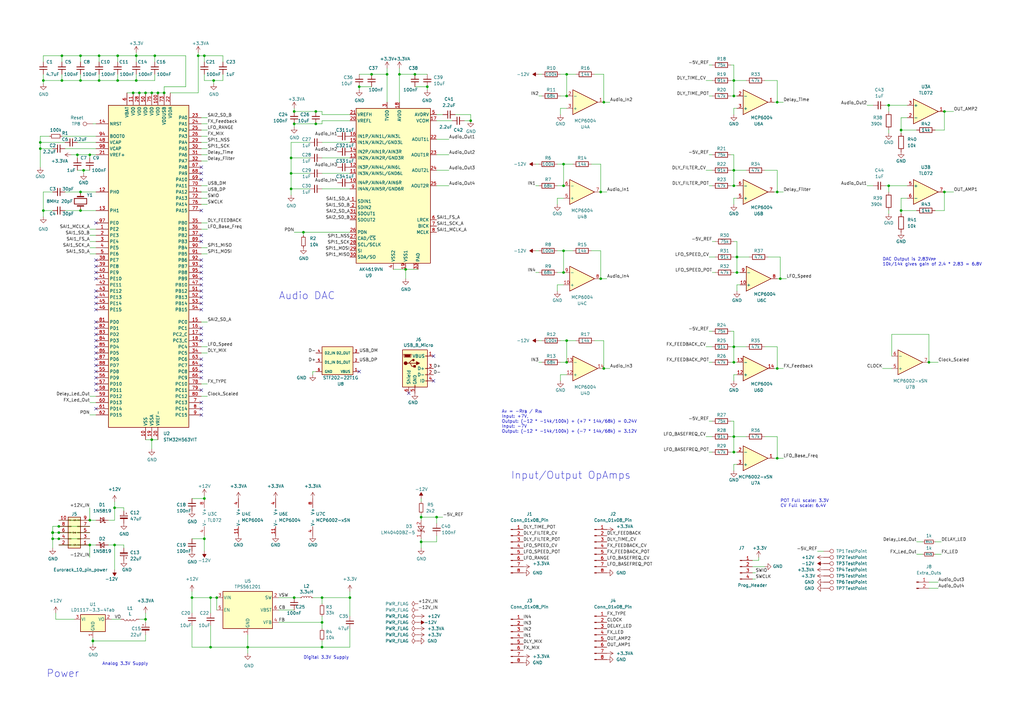
<source format=kicad_sch>
(kicad_sch (version 20230121) (generator eeschema)
  (paper "A3")
  (junction (at 120.65 245.11))
  (junction (at 120.65 50.8))
  (junction (at 62.23 38.1))
  (junction (at 33.02 78.74))
  (junction (at 25.4 22.86))
  (junction (at 300.99 185.42))
  (junction (at 231.14 76.2))
  (junction (at 38.1 262.89))
  (junction (at 132.08 245.11))
  (junction (at 302.26 111.76))
  (junction (at 67.31 38.1))
  (junction (at 166.37 110.49))
  (junction (at 40.64 33.02))
  (junction (at 300.99 69.85))
  (junction (at 78.74 245.11))
  (junction (at 59.69 254))
  (junction (at 300.99 142.24))
  (junction (at 25.4 33.02))
  (junction (at 33.02 86.36))
  (junction (at 46.99 208.28))
  (junction (at 132.08 255.27))
  (junction (at 231.14 67.31))
  (junction (at 193.04 49.53))
  (junction (at 129.54 50.8))
  (junction (at 143.51 245.11))
  (junction (at 48.26 22.86))
  (junction (at 57.15 38.1))
  (junction (at 21.59 218.44) (diameter 1.016))
  (junction (at 48.26 33.02))
  (junction (at 31.75 63.5))
  (junction (at 63.5 22.86))
  (junction (at 36.83 223.52))
  (junction (at 132.08 265.43))
  (junction (at 119.38 71.12))
  (junction (at 302.26 105.41))
  (junction (at 318.77 187.96))
  (junction (at 231.14 102.87))
  (junction (at 246.38 78.74))
  (junction (at 33.02 33.02))
  (junction (at 300.99 33.02))
  (junction (at 172.72 222.25))
  (junction (at 369.57 86.36))
  (junction (at 40.64 22.86))
  (junction (at 152.4 30.48))
  (junction (at 86.36 245.11))
  (junction (at 86.36 265.43))
  (junction (at 101.6 265.43))
  (junction (at 83.82 220.98))
  (junction (at 34.29 69.85))
  (junction (at 246.38 114.3))
  (junction (at 36.83 213.36))
  (junction (at 381 148.59))
  (junction (at 163.83 30.48))
  (junction (at 369.57 53.34))
  (junction (at 17.78 86.36))
  (junction (at 16.51 58.42))
  (junction (at 318.77 41.91))
  (junction (at 55.88 33.02))
  (junction (at 119.38 64.77))
  (junction (at 387.35 78.74))
  (junction (at 175.26 35.56))
  (junction (at 232.41 30.48))
  (junction (at 172.72 212.09))
  (junction (at 300.99 39.37))
  (junction (at 364.49 76.2))
  (junction (at 54.61 38.1))
  (junction (at 318.77 78.74))
  (junction (at 231.14 111.76))
  (junction (at 81.28 22.86))
  (junction (at 87.63 33.02))
  (junction (at 119.38 77.47))
  (junction (at 83.82 204.47))
  (junction (at 55.88 22.86))
  (junction (at 147.32 35.56))
  (junction (at 318.77 151.13))
  (junction (at 33.02 22.86))
  (junction (at 46.99 223.52))
  (junction (at 120.65 45.72))
  (junction (at 247.65 151.13))
  (junction (at 247.65 41.91))
  (junction (at 36.83 63.5))
  (junction (at 232.41 148.59))
  (junction (at 17.78 33.02))
  (junction (at 83.82 22.86))
  (junction (at 232.41 139.7))
  (junction (at 179.07 212.09))
  (junction (at 88.9 245.11))
  (junction (at 62.23 180.34))
  (junction (at 124.46 95.25))
  (junction (at 170.18 30.48))
  (junction (at 64.77 38.1))
  (junction (at 300.99 148.59))
  (junction (at 232.41 39.37))
  (junction (at 387.35 45.72))
  (junction (at 364.49 43.18))
  (junction (at 129.54 45.72))
  (junction (at 59.69 38.1))
  (junction (at 24.13 220.98))
  (junction (at 300.99 179.07))
  (junction (at 16.51 60.96))
  (junction (at 320.04 114.3))
  (junction (at 21.59 220.98))
  (junction (at 24.13 215.9))
  (junction (at 300.99 76.2))
  (junction (at 24.13 218.44))
  (junction (at 158.75 30.48))
  (no_connect (at 39.37 127))
  (no_connect (at 39.37 149.86))
  (no_connect (at 82.55 165.1))
  (no_connect (at 82.55 121.92))
  (no_connect (at 82.55 160.02))
  (no_connect (at 82.55 127))
  (no_connect (at 39.37 167.64))
  (no_connect (at 82.55 99.06))
  (no_connect (at 39.37 147.32))
  (no_connect (at 82.55 86.36))
  (no_connect (at 39.37 114.3))
  (no_connect (at 82.55 106.68))
  (no_connect (at 39.37 152.4))
  (no_connect (at 39.37 111.76))
  (no_connect (at 82.55 96.52))
  (no_connect (at 39.37 91.44))
  (no_connect (at 39.37 142.24))
  (no_connect (at 82.55 116.84))
  (no_connect (at 82.55 111.76))
  (no_connect (at 82.55 167.64))
  (no_connect (at 39.37 121.92))
  (no_connect (at 39.37 144.78))
  (no_connect (at 82.55 68.58))
  (no_connect (at 39.37 119.38))
  (no_connect (at 39.37 106.68))
  (no_connect (at 82.55 149.86))
  (no_connect (at 82.55 137.16))
  (no_connect (at 82.55 152.4))
  (no_connect (at 82.55 134.62))
  (no_connect (at 82.55 109.22))
  (no_connect (at 82.55 170.18))
  (no_connect (at 39.37 160.02))
  (no_connect (at 82.55 154.94))
  (no_connect (at 39.37 139.7))
  (no_connect (at 39.37 109.22))
  (no_connect (at 39.37 124.46))
  (no_connect (at 82.55 139.7))
  (no_connect (at 177.8 156.21))
  (no_connect (at 82.55 71.12))
  (no_connect (at 39.37 157.48))
  (no_connect (at 39.37 134.62))
  (no_connect (at 147.32 152.4))
  (no_connect (at 82.55 147.32))
  (no_connect (at 82.55 114.3))
  (no_connect (at 39.37 154.94))
  (no_connect (at 82.55 124.46))
  (no_connect (at 82.55 73.66))
  (no_connect (at 39.37 137.16))
  (no_connect (at 39.37 132.08))
  (no_connect (at 82.55 119.38))
  (no_connect (at 167.64 161.29))
  (no_connect (at 177.8 146.05))
  (wire (pts (xy 46.99 223.52) (xy 50.8 223.52)))
  (wire (pts (xy 82.55 50.8) (xy 85.09 50.8)))
  (wire (pts (xy 40.64 33.02) (xy 48.26 33.02)))
  (wire (pts (xy 82.55 83.82) (xy 85.09 83.82)))
  (wire (pts (xy 59.69 38.1) (xy 62.23 38.1)))
  (wire (pts (xy 299.72 39.37) (xy 300.99 39.37)))
  (wire (pts (xy 132.08 245.11) (xy 143.51 245.11)))
  (wire (pts (xy 85.09 63.5) (xy 82.55 63.5)))
  (wire (pts (xy 147.32 30.48) (xy 152.4 30.48)))
  (wire (pts (xy 242.57 102.87) (xy 246.38 102.87)))
  (wire (pts (xy 320.04 114.3) (xy 322.58 114.3)))
  (wire (pts (xy 246.38 78.74) (xy 248.92 78.74)))
  (wire (pts (xy 300.99 39.37) (xy 300.99 33.02)))
  (wire (pts (xy 364.49 78.74) (xy 364.49 76.2)))
  (wire (pts (xy 128.27 152.4) (xy 129.54 152.4)))
  (wire (pts (xy 299.72 148.59) (xy 300.99 148.59)))
  (wire (pts (xy 369.57 81.28) (xy 372.11 81.28)))
  (wire (pts (xy 36.83 96.52) (xy 39.37 96.52)))
  (wire (pts (xy 114.3 245.11) (xy 120.65 245.11)))
  (wire (pts (xy 381 148.59) (xy 381 137.16)))
  (wire (pts (xy 228.6 81.28) (xy 228.6 83.82)))
  (wire (pts (xy 228.6 67.31) (xy 231.14 67.31)))
  (wire (pts (xy 25.4 25.4) (xy 25.4 22.86)))
  (wire (pts (xy 78.74 245.11) (xy 86.36 245.11)))
  (wire (pts (xy 17.78 33.02) (xy 25.4 33.02)))
  (wire (pts (xy 364.49 54.61) (xy 364.49 53.34)))
  (wire (pts (xy 293.37 111.76) (xy 292.1 111.76)))
  (wire (pts (xy 383.54 86.36) (xy 387.35 86.36)))
  (wire (pts (xy 247.65 41.91) (xy 250.19 41.91)))
  (wire (pts (xy 229.87 44.45) (xy 229.87 46.99)))
  (wire (pts (xy 31.75 69.85) (xy 34.29 69.85)))
  (wire (pts (xy 83.82 25.4) (xy 83.82 22.86)))
  (wire (pts (xy 292.1 69.85) (xy 289.56 69.85)))
  (wire (pts (xy 299.72 26.67) (xy 300.99 26.67)))
  (wire (pts (xy 21.59 218.44) (xy 21.59 220.98)))
  (wire (pts (xy 300.99 63.5) (xy 300.99 69.85)))
  (wire (pts (xy 314.96 105.41) (xy 320.04 105.41)))
  (wire (pts (xy 132.08 45.72) (xy 132.08 46.99)))
  (wire (pts (xy 25.4 33.02) (xy 33.02 33.02)))
  (wire (pts (xy 292.1 148.59) (xy 290.83 148.59)))
  (wire (pts (xy 246.38 67.31) (xy 246.38 78.74)))
  (wire (pts (xy 299.72 142.24) (xy 300.99 142.24)))
  (wire (pts (xy 48.26 33.02) (xy 55.88 33.02)))
  (wire (pts (xy 119.38 64.77) (xy 127 64.77)))
  (wire (pts (xy 363.22 76.2) (xy 364.49 76.2)))
  (wire (pts (xy 299.72 63.5) (xy 300.99 63.5)))
  (wire (pts (xy 132.08 46.99) (xy 143.51 46.99)))
  (wire (pts (xy 179.07 214.63) (xy 179.07 212.09)))
  (wire (pts (xy 33.02 25.4) (xy 33.02 22.86)))
  (wire (pts (xy 83.82 22.86) (xy 81.28 22.86)))
  (wire (pts (xy 175.26 35.56) (xy 170.18 35.56)))
  (wire (pts (xy 300.99 148.59) (xy 300.99 142.24)))
  (wire (pts (xy 59.69 254) (xy 57.15 254)))
  (wire (pts (xy 21.59 215.9) (xy 24.13 215.9)))
  (wire (pts (xy 179.07 69.85) (xy 184.15 69.85)))
  (wire (pts (xy 85.09 55.88) (xy 82.55 55.88)))
  (wire (pts (xy 132.08 262.89) (xy 132.08 265.43)))
  (wire (pts (xy 375.92 222.25) (xy 378.46 222.25)))
  (wire (pts (xy 36.83 63.5) (xy 36.83 64.77)))
  (wire (pts (xy 302.26 119.38) (xy 302.26 116.84)))
  (wire (pts (xy 33.02 86.36) (xy 39.37 86.36)))
  (wire (pts (xy 299.72 33.02) (xy 300.99 33.02)))
  (wire (pts (xy 48.26 22.86) (xy 55.88 22.86)))
  (wire (pts (xy 36.83 63.5) (xy 39.37 63.5)))
  (wire (pts (xy 219.71 111.76) (xy 220.98 111.76)))
  (wire (pts (xy 300.99 81.28) (xy 302.26 81.28)))
  (wire (pts (xy 69.85 38.1) (xy 81.28 38.1)))
  (wire (pts (xy 39.37 78.74) (xy 33.02 78.74)))
  (wire (pts (xy 119.38 77.47) (xy 119.38 80.01)))
  (wire (pts (xy 369.57 86.36) (xy 369.57 87.63)))
  (wire (pts (xy 300.99 99.06) (xy 302.26 99.06)))
  (wire (pts (xy 318.77 33.02) (xy 318.77 41.91)))
  (wire (pts (xy 34.29 69.85) (xy 36.83 69.85)))
  (wire (pts (xy 34.29 71.12) (xy 34.29 69.85)))
  (wire (pts (xy 17.78 22.86) (xy 25.4 22.86)))
  (wire (pts (xy 232.41 44.45) (xy 229.87 44.45)))
  (wire (pts (xy 31.75 63.5) (xy 36.83 63.5)))
  (wire (pts (xy 300.99 185.42) (xy 300.99 179.07)))
  (wire (pts (xy 82.55 132.08) (xy 85.09 132.08)))
  (wire (pts (xy 387.35 45.72) (xy 387.35 53.34)))
  (wire (pts (xy 299.72 172.72) (xy 300.99 172.72)))
  (wire (pts (xy 44.45 213.36) (xy 46.99 213.36)))
  (wire (pts (xy 85.09 58.42) (xy 82.55 58.42)))
  (wire (pts (xy 247.65 151.13) (xy 250.19 151.13)))
  (wire (pts (xy 78.74 220.98) (xy 83.82 220.98)))
  (wire (pts (xy 364.49 43.18) (xy 372.11 43.18)))
  (wire (pts (xy 229.87 30.48) (xy 232.41 30.48)))
  (wire (pts (xy 83.82 220.98) (xy 83.82 219.71)))
  (wire (pts (xy 220.98 139.7) (xy 222.25 139.7)))
  (wire (pts (xy 311.15 229.87) (xy 311.15 228.6)))
  (wire (pts (xy 85.09 104.14) (xy 82.55 104.14)))
  (wire (pts (xy 129.54 45.72) (xy 132.08 45.72)))
  (wire (pts (xy 219.71 76.2) (xy 220.98 76.2)))
  (wire (pts (xy 161.29 110.49) (xy 166.37 110.49)))
  (wire (pts (xy 85.09 76.2) (xy 82.55 76.2)))
  (wire (pts (xy 152.4 30.48) (xy 158.75 30.48)))
  (wire (pts (xy 85.09 162.56) (xy 82.55 162.56)))
  (wire (pts (xy 33.02 33.02) (xy 33.02 30.48)))
  (wire (pts (xy 228.6 102.87) (xy 231.14 102.87)))
  (wire (pts (xy 22.86 254) (xy 30.48 254)))
  (wire (pts (xy 166.37 110.49) (xy 166.37 114.3)))
  (wire (pts (xy 384.81 241.3) (xy 381 241.3)))
  (wire (pts (xy 128.27 245.11) (xy 132.08 245.11)))
  (wire (pts (xy 88.9 245.11) (xy 86.36 245.11)))
  (wire (pts (xy 87.63 33.02) (xy 91.44 33.02)))
  (wire (pts (xy 318.77 151.13) (xy 317.5 151.13)))
  (wire (pts (xy 193.04 46.99) (xy 193.04 49.53)))
  (wire (pts (xy 299.72 135.89) (xy 300.99 135.89)))
  (wire (pts (xy 86.36 265.43) (xy 101.6 265.43)))
  (wire (pts (xy 44.45 223.52) (xy 46.99 223.52)))
  (wire (pts (xy 170.18 30.48) (xy 163.83 30.48)))
  (wire (pts (xy 383.54 53.34) (xy 387.35 53.34)))
  (wire (pts (xy 308.61 234.95) (xy 309.88 234.95)))
  (wire (pts (xy 364.49 87.63) (xy 364.49 86.36)))
  (wire (pts (xy 132.08 50.8) (xy 132.08 49.53)))
  (wire (pts (xy 300.99 111.76) (xy 302.26 111.76)))
  (wire (pts (xy 320.04 105.41) (xy 320.04 114.3)))
  (wire (pts (xy 175.26 36.83) (xy 175.26 35.56)))
  (wire (pts (xy 25.4 55.88) (xy 39.37 55.88)))
  (wire (pts (xy 236.22 30.48) (xy 232.41 30.48)))
  (wire (pts (xy 318.77 41.91) (xy 317.5 41.91)))
  (wire (pts (xy 48.26 25.4) (xy 48.26 22.86)))
  (wire (pts (xy 232.41 30.48) (xy 232.41 39.37)))
  (wire (pts (xy 231.14 116.84) (xy 228.6 116.84)))
  (wire (pts (xy 45.72 254) (xy 49.53 254)))
  (wire (pts (xy 21.59 220.98) (xy 24.13 220.98)))
  (wire (pts (xy 81.28 21.59) (xy 81.28 22.86)))
  (wire (pts (xy 375.92 227.33) (xy 378.46 227.33)))
  (wire (pts (xy 78.74 256.54) (xy 78.74 265.43)))
  (wire (pts (xy 17.78 78.74) (xy 17.78 86.36)))
  (wire (pts (xy 85.09 91.44) (xy 82.55 91.44)))
  (wire (pts (xy 120.65 44.45) (xy 120.65 45.72)))
  (wire (pts (xy 243.84 30.48) (xy 247.65 30.48)))
  (wire (pts (xy 59.69 255.27) (xy 59.69 254)))
  (wire (pts (xy 172.72 210.82) (xy 172.72 212.09)))
  (wire (pts (xy 219.71 102.87) (xy 220.98 102.87)))
  (wire (pts (xy 132.08 77.47) (xy 143.51 77.47)))
  (wire (pts (xy 147.32 36.83) (xy 147.32 35.56)))
  (wire (pts (xy 64.77 38.1) (xy 67.31 38.1)))
  (wire (pts (xy 302.26 111.76) (xy 302.26 105.41)))
  (wire (pts (xy 292.1 185.42) (xy 290.83 185.42)))
  (wire (pts (xy 302.26 105.41) (xy 307.34 105.41)))
  (wire (pts (xy 143.51 245.11) (xy 143.51 242.57)))
  (wire (pts (xy 26.67 86.36) (xy 33.02 86.36)))
  (wire (pts (xy 300.99 190.5) (xy 302.26 190.5)))
  (wire (pts (xy 83.82 226.06) (xy 83.82 220.98)))
  (wire (pts (xy 236.22 139.7) (xy 232.41 139.7)))
  (wire (pts (xy 364.49 45.72) (xy 364.49 43.18)))
  (wire (pts (xy 300.99 26.67) (xy 300.99 33.02)))
  (wire (pts (xy 59.69 260.35) (xy 59.69 262.89)))
  (wire (pts (xy 300.99 44.45) (xy 302.26 44.45)))
  (wire (pts (xy 365.76 137.16) (xy 381 137.16)))
  (wire (pts (xy 54.61 38.1) (xy 57.15 38.1)))
  (wire (pts (xy 179.07 49.53) (xy 185.42 49.53)))
  (wire (pts (xy 300.99 156.21) (xy 300.99 153.67)))
  (wire (pts (xy 132.08 255.27) (xy 132.08 257.81)))
  (wire (pts (xy 55.88 25.4) (xy 55.88 22.86)))
  (wire (pts (xy 21.59 215.9) (xy 21.59 218.44)))
  (wire (pts (xy 300.99 33.02) (xy 306.07 33.02)))
  (wire (pts (xy 17.78 25.4) (xy 17.78 22.86)))
  (wire (pts (xy 132.08 71.12) (xy 143.51 71.12)))
  (wire (pts (xy 40.64 25.4) (xy 40.64 22.86)))
  (wire (pts (xy 299.72 69.85) (xy 300.99 69.85)))
  (wire (pts (xy 83.82 203.2) (xy 83.82 204.47)))
  (wire (pts (xy 120.65 245.11) (xy 123.19 245.11)))
  (wire (pts (xy 82.55 81.28) (xy 85.09 81.28)))
  (wire (pts (xy 101.6 267.97) (xy 101.6 265.43)))
  (wire (pts (xy 383.54 227.33) (xy 386.08 227.33)))
  (wire (pts (xy 85.09 66.04) (xy 82.55 66.04)))
  (wire (pts (xy 128.27 153.67) (xy 128.27 152.4)))
  (wire (pts (xy 31.75 64.77) (xy 31.75 63.5)))
  (wire (pts (xy 59.69 251.46) (xy 59.69 254)))
  (wire (pts (xy 76.2 35.56) (xy 67.31 35.56)))
  (wire (pts (xy 163.83 30.48) (xy 163.83 41.91)))
  (wire (pts (xy 85.09 48.26) (xy 82.55 48.26)))
  (wire (pts (xy 300.99 135.89) (xy 300.99 142.24)))
  (wire (pts (xy 78.74 204.47) (xy 83.82 204.47)))
  (wire (pts (xy 246.38 102.87) (xy 246.38 114.3)))
  (wire (pts (xy 179.07 76.2) (xy 184.15 76.2)))
  (wire (pts (xy 120.65 50.8) (xy 120.65 52.07)))
  (wire (pts (xy 78.74 242.57) (xy 78.74 245.11)))
  (wire (pts (xy 369.57 86.36) (xy 369.57 81.28)))
  (wire (pts (xy 232.41 139.7) (xy 232.41 148.59)))
  (wire (pts (xy 383.54 222.25) (xy 386.08 222.25)))
  (wire (pts (xy 242.57 67.31) (xy 246.38 67.31)))
  (wire (pts (xy 85.09 144.78) (xy 82.55 144.78)))
  (wire (pts (xy 363.22 43.18) (xy 364.49 43.18)))
  (wire (pts (xy 384.81 148.59) (xy 381 148.59)))
  (wire (pts (xy 120.65 50.8) (xy 129.54 50.8)))
  (wire (pts (xy 85.09 101.6) (xy 82.55 101.6)))
  (wire (pts (xy 132.08 245.11) (xy 132.08 247.65)))
  (wire (pts (xy 292.1 179.07) (xy 289.56 179.07)))
  (wire (pts (xy 190.5 49.53) (xy 193.04 49.53)))
  (wire (pts (xy 300.99 185.42) (xy 302.26 185.42)))
  (wire (pts (xy 292.1 76.2) (xy 290.83 76.2)))
  (wire (pts (xy 91.44 33.02) (xy 91.44 30.48)))
  (wire (pts (xy 302.26 116.84) (xy 303.53 116.84)))
  (wire (pts (xy 355.6 76.2) (xy 358.14 76.2)))
  (wire (pts (xy 36.83 93.98) (xy 39.37 93.98)))
  (wire (pts (xy 67.31 35.56) (xy 67.31 38.1)))
  (wire (pts (xy 300.99 153.67) (xy 302.26 153.67)))
  (wire (pts (xy 335.28 226.06) (xy 337.82 226.06)))
  (wire (pts (xy 36.83 223.52) (xy 39.37 223.52)))
  (wire (pts (xy 299.72 179.07) (xy 300.99 179.07)))
  (wire (pts (xy 318.77 78.74) (xy 321.31 78.74)))
  (wire (pts (xy 228.6 81.28) (xy 231.14 81.28)))
  (wire (pts (xy 292.1 142.24) (xy 289.56 142.24)))
  (wire (pts (xy 313.69 179.07) (xy 318.77 179.07)))
  (wire (pts (xy 132.08 49.53) (xy 143.51 49.53)))
  (wire (pts (xy 302.26 99.06) (xy 302.26 105.41)))
  (wire (pts (xy 387.35 45.72) (xy 391.16 45.72)))
  (wire (pts (xy 38.1 262.89) (xy 59.69 262.89)))
  (wire (pts (xy 25.4 33.02) (xy 25.4 30.48)))
  (wire (pts (xy 318.77 41.91) (xy 321.31 41.91)))
  (wire (pts (xy 36.83 101.6) (xy 39.37 101.6)))
  (wire (pts (xy 81.28 22.86) (xy 81.28 38.1)))
  (wire (pts (xy 63.5 25.4) (xy 63.5 22.86)))
  (wire (pts (xy 172.72 204.47) (xy 172.72 205.74)))
  (wire (pts (xy 85.09 53.34) (xy 82.55 53.34)))
  (wire (pts (xy 158.75 30.48) (xy 158.75 41.91)))
  (wire (pts (xy 220.98 148.59) (xy 222.25 148.59)))
  (wire (pts (xy 36.83 99.06) (xy 39.37 99.06)))
  (wire (pts (xy 179.07 46.99) (xy 181.61 46.99)))
  (wire (pts (xy 39.37 58.42) (xy 31.75 58.42)))
  (wire (pts (xy 119.38 71.12) (xy 127 71.12)))
  (wire (pts (xy 46.99 208.28) (xy 46.99 213.36)))
  (wire (pts (xy 36.83 165.1) (xy 39.37 165.1)))
  (wire (pts (xy 231.14 102.87) (xy 231.14 111.76)))
  (wire (pts (xy 119.38 64.77) (xy 119.38 71.12)))
  (wire (pts (xy 308.61 229.87) (xy 311.15 229.87)))
  (wire (pts (xy 86.36 251.46) (xy 86.36 245.11)))
  (wire (pts (xy 292.1 99.06) (xy 293.37 99.06)))
  (wire (pts (xy 24.13 215.9) (xy 36.83 215.9)))
  (wire (pts (xy 292.1 39.37) (xy 290.83 39.37)))
  (wire (pts (xy 220.98 30.48) (xy 222.25 30.48)))
  (wire (pts (xy 55.88 22.86) (xy 63.5 22.86)))
  (wire (pts (xy 172.72 220.98) (xy 172.72 222.25)))
  (wire (pts (xy 38.1 50.8) (xy 39.37 50.8)))
  (wire (pts (xy 143.51 245.11) (xy 143.51 252.73)))
  (wire (pts (xy 132.08 64.77) (xy 143.51 64.77)))
  (wire (pts (xy 228.6 76.2) (xy 231.14 76.2)))
  (wire (pts (xy 78.74 265.43) (xy 86.36 265.43)))
  (wire (pts (xy 21.59 220.98) (xy 21.59 224.79)))
  (wire (pts (xy 220.98 39.37) (xy 222.25 39.37)))
  (wire (pts (xy 85.09 142.24) (xy 82.55 142.24)))
  (wire (pts (xy 24.13 213.36) (xy 36.83 213.36)))
  (wire (pts (xy 36.83 170.18) (xy 39.37 170.18)))
  (wire (pts (xy 384.81 238.76) (xy 381 238.76)))
  (wire (pts (xy 17.78 86.36) (xy 17.78 88.9)))
  (wire (pts (xy 21.59 60.96) (xy 16.51 60.96)))
  (wire (pts (xy 293.37 105.41) (xy 290.83 105.41)))
  (wire (pts (xy 21.59 218.44) (xy 24.13 218.44)))
  (wire (pts (xy 369.57 53.34) (xy 369.57 48.26)))
  (wire (pts (xy 179.07 57.15) (xy 184.15 57.15)))
  (wire (pts (xy 76.2 22.86) (xy 76.2 35.56)))
  (wire (pts (xy 172.72 222.25) (xy 179.07 222.25)))
  (wire (pts (xy 36.83 104.14) (xy 39.37 104.14)))
  (wire (pts (xy 132.08 58.42) (xy 143.51 58.42)))
  (wire (pts (xy 300.99 193.04) (xy 300.99 190.5)))
  (wire (pts (xy 85.09 93.98) (xy 82.55 93.98)))
  (wire (pts (xy 55.88 30.48) (xy 55.88 33.02)))
  (wire (pts (xy 313.69 69.85) (xy 318.77 69.85)))
  (wire (pts (xy 119.38 71.12) (xy 119.38 77.47)))
  (wire (pts (xy 52.07 38.1) (xy 54.61 38.1)))
  (wire (pts (xy 229.87 139.7) (xy 232.41 139.7)))
  (wire (pts (xy 364.49 76.2) (xy 372.11 76.2)))
  (wire (pts (xy 300.99 179.07) (xy 306.07 179.07)))
  (wire (pts (xy 179.07 63.5) (xy 184.15 63.5)))
  (wire (pts (xy 16.51 58.42) (xy 16.51 60.96)))
  (wire (pts (xy 375.92 86.36) (xy 369.57 86.36)))
  (wire (pts (xy 232.41 153.67) (xy 229.87 153.67)))
  (wire (pts (xy 166.37 110.49) (xy 171.45 110.49)))
  (wire (pts (xy 290.83 26.67) (xy 292.1 26.67)))
  (wire (pts (xy 119.38 58.42) (xy 127 58.42)))
  (wire (pts (xy 38.1 261.62) (xy 38.1 262.89)))
  (wire (pts (xy 318.77 187.96) (xy 317.5 187.96)))
  (wire (pts (xy 17.78 30.48) (xy 17.78 33.02)))
  (wire (pts (xy 229.87 39.37) (xy 232.41 39.37)))
  (wire (pts (xy 318.77 179.07) (xy 318.77 187.96)))
  (wire (pts (xy 25.4 22.86) (xy 33.02 22.86)))
  (wire (pts (xy 62.23 38.1) (xy 64.77 38.1)))
  (wire (pts (xy 119.38 77.47) (xy 127 77.47)))
  (wire (pts (xy 247.65 139.7) (xy 247.65 151.13)))
  (wire (pts (xy 36.83 213.36) (xy 39.37 213.36)))
  (wire (pts (xy 318.77 187.96) (xy 321.31 187.96)))
  (wire (pts (xy 292.1 33.02) (xy 289.56 33.02)))
  (wire (pts (xy 361.95 151.13) (xy 365.76 151.13)))
  (wire (pts (xy 55.88 21.59) (xy 55.88 22.86)))
  (wire (pts (xy 300.99 148.59) (xy 302.26 148.59)))
  (wire (pts (xy 181.61 212.09) (xy 179.07 212.09)))
  (wire (pts (xy 143.51 257.81) (xy 143.51 265.43)))
  (wire (pts (xy 369.57 53.34) (xy 369.57 54.61)))
  (wire (pts (xy 302.26 111.76) (xy 303.53 111.76)))
  (wire (pts (xy 172.72 222.25) (xy 172.72 224.79)))
  (wire (pts (xy 300.99 46.99) (xy 300.99 44.45)))
  (wire (pts (xy 16.51 60.96) (xy 16.51 68.58)))
  (wire (pts (xy 91.44 25.4) (xy 91.44 22.86)))
  (wire (pts (xy 290.83 172.72) (xy 292.1 172.72)))
  (wire (pts (xy 62.23 180.34) (xy 62.23 184.15)))
  (wire (pts (xy 369.57 48.26) (xy 372.11 48.26)))
  (wire (pts (xy 39.37 60.96) (xy 26.67 60.96)))
  (wire (pts (xy 179.07 212.09) (xy 172.72 212.09)))
  (wire (pts (xy 375.92 53.34) (xy 369.57 53.34)))
  (wire (pts (xy 29.21 63.5) (xy 31.75 63.5)))
  (wire (pts (xy 120.65 95.25) (xy 124.46 95.25)))
  (wire (pts (xy 355.6 43.18) (xy 358.14 43.18)))
  (wire (pts (xy 55.88 33.02) (xy 63.5 33.02)))
  (wire (pts (xy 300.99 105.41) (xy 302.26 105.41)))
  (wire (pts (xy 87.63 34.29) (xy 87.63 33.02)))
  (wire (pts (xy 365.76 137.16) (xy 365.76 146.05)))
  (wire (pts (xy 290.83 63.5) (xy 292.1 63.5)))
  (wire (pts (xy 16.51 55.88) (xy 16.51 58.42)))
  (wire (pts (xy 387.35 78.74) (xy 387.35 86.36)))
  (wire (pts (xy 88.9 250.19) (xy 88.9 245.11)))
  (wire (pts (xy 229.87 148.59) (xy 232.41 148.59)))
  (wire (pts (xy 124.46 96.52) (xy 124.46 95.25)))
  (wire (pts (xy 320.04 114.3) (xy 318.77 114.3)))
  (wire (pts (xy 63.5 33.02) (xy 63.5 30.48)))
  (wire (pts (xy 36.83 223.52) (xy 36.83 228.6)))
  (wire (pts (xy 16.51 58.42) (xy 26.67 58.42)))
  (wire (pts (xy 50.8 224.79) (xy 50.8 223.52)))
  (wire (pts (xy 228.6 116.84) (xy 228.6 119.38)))
  (wire (pts (xy 40.64 22.86) (xy 48.26 22.86)))
  (wire (pts (xy 26.67 78.74) (xy 33.02 78.74)))
  (wire (pts (xy 48.26 30.48) (xy 48.26 33.02)))
  (wire (pts (xy 101.6 260.35) (xy 101.6 265.43)))
  (wire (pts (xy 228.6 111.76) (xy 231.14 111.76)))
  (wire (pts (xy 299.72 76.2) (xy 300.99 76.2)))
  (wire (pts (xy 63.5 22.86) (xy 76.2 22.86)))
  (wire (pts (xy 85.09 60.96) (xy 82.55 60.96)))
  (wire (pts (xy 299.72 185.42) (xy 300.99 185.42)))
  (wire (pts (xy 24.13 218.44) (xy 36.83 218.44)))
  (wire (pts (xy 46.99 205.74) (xy 46.99 208.28)))
  (wire (pts (xy 57.15 38.1) (xy 59.69 38.1)))
  (wire (pts (xy 234.95 67.31) (xy 231.14 67.31)))
  (wire (pts (xy 387.35 78.74) (xy 391.16 78.74)))
  (wire (pts (xy 309.88 237.49) (xy 308.61 237.49)))
  (wire (pts (xy 318.77 78.74) (xy 317.5 78.74)))
  (wire (pts (xy 46.99 223.52) (xy 46.99 233.68)))
  (wire (pts (xy 85.09 157.48) (xy 82.55 157.48)))
  (wire (pts (xy 132.08 252.73) (xy 132.08 255.27)))
  (wire (pts (xy 50.8 209.55) (xy 50.8 208.28)))
  (wire (pts (xy 143.51 265.43) (xy 132.08 265.43)))
  (wire (pts (xy 83.82 30.48) (xy 83.82 33.02)))
  (wire (pts (xy 119.38 58.42) (xy 119.38 64.77)))
  (wire (pts (xy 172.72 212.09) (xy 172.72 213.36)))
  (wire (pts (xy 78.74 245.11) (xy 78.74 251.46)))
  (wire (pts (xy 186.69 46.99) (xy 193.04 46.99)))
  (wire (pts (xy 234.95 102.87) (xy 231.14 102.87)))
  (wire (pts (xy 290.83 135.89) (xy 292.1 135.89)))
  (wire (pts (xy 246.38 114.3) (xy 248.92 114.3)))
  (wire (pts (xy 101.6 265.43) (xy 132.08 265.43)))
  (wire (pts (xy 313.69 142.24) (xy 318.77 142.24)))
  (wire (pts (xy 59.69 180.34) (xy 62.23 180.34)))
  (wire (pts (xy 17.78 34.29) (xy 17.78 33.02)))
  (wire (pts (xy 36.83 208.28) (xy 36.83 213.36)))
  (wire (pts (xy 300.99 172.72) (xy 300.99 179.07)))
  (wire (pts (xy 46.99 208.28) (xy 50.8 208.28)))
  (wire (pts (xy 308.61 232.41) (xy 313.69 232.41)))
  (wire (pts (xy 300.99 83.82) (xy 300.99 81.28)))
  (wire (pts (xy 158.75 27.94) (xy 158.75 30.48)))
  (wire (pts (xy 231.14 67.31) (xy 231.14 76.2)))
  (wire (pts (xy 114.3 255.27) (xy 132.08 255.27)))
  (wire (pts (xy 36.83 162.56) (xy 39.37 162.56)))
  (wire (pts (xy 300.99 39.37) (xy 302.26 39.37)))
  (wire (pts (xy 243.84 139.7) (xy 247.65 139.7)))
  (wire (pts (xy 129.54 50.8) (xy 132.08 50.8)))
  (wire (pts (xy 175.26 30.48) (xy 170.18 30.48)))
  (wire (pts (xy 33.02 33.02) (xy 40.64 33.02)))
  (wire (pts (xy 22.86 251.46) (xy 22.86 254)))
  (wire (pts (xy 318.77 69.85) (xy 318.77 78.74)))
  (wire (pts (xy 86.36 256.54) (xy 86.36 265.43)))
  (wire (pts (xy 219.71 67.31) (xy 220.98 67.31)))
  (wire (pts (xy 300.99 142.24) (xy 306.07 142.24)))
  (wire (pts (xy 20.32 55.88) (xy 16.51 55.88)))
  (wire (pts (xy 24.13 220.98) (xy 36.83 220.98)))
  (wire (pts (xy 300.99 69.85) (xy 306.07 69.85)))
  (wire (pts (xy 83.82 22.86) (xy 91.44 22.86)))
  (wire (pts (xy 163.83 27.94) (xy 163.83 30.48)))
  (wire (pts (xy 21.59 78.74) (xy 17.78 78.74)))
  (wire (pts (xy 124.46 95.25) (xy 143.51 95.25)))
  (wire (pts (xy 85.09 78.74) (xy 82.55 78.74)))
  (wire (pts (xy 318.77 142.24) (xy 318.77 151.13)))
  (wire (pts (xy 147.32 35.56) (xy 152.4 35.56)))
  (wire (pts (xy 247.65 30.48) (xy 247.65 41.91)))
  (wire (pts (xy 300.99 76.2) (xy 300.99 69.85)))
  (wire (pts (xy 313.69 33.02) (xy 318.77 33.02)))
  (wire (pts (xy 179.07 222.25) (xy 179.07 219.71)))
  (wire (pts (xy 114.3 250.19) (xy 120.65 250.19)))
  (wire (pts (xy 33.02 22.86) (xy 40.64 22.86)))
  (wire (pts (xy 318.77 151.13) (xy 321.31 151.13)))
  (wire (pts (xy 229.87 153.67) (xy 229.87 156.21)))
  (wire (pts (xy 83.82 33.02) (xy 87.63 33.02)))
  (wire (pts (xy 17.78 86.36) (xy 21.59 86.36)))
  (wire (pts (xy 62.23 180.34) (xy 64.77 180.34)))
  (wire (pts (xy 300.99 76.2) (xy 302.26 76.2)))
  (wire (pts (xy 40.64 30.48) (xy 40.64 33.02)))
  (wire (pts (xy 38.1 262.89) (xy 38.1 264.16)))
  (wire (pts (xy 120.65 45.72) (xy 129.54 45.72)))
  (wire (pts (xy 24.13 223.52) (xy 36.83 223.52)))
  (text "Digital 3.3V Supply" (at 124.46 270.51 0) (effects (font (size 1.27 1.27)) (justify left bottom)))
  (text "ADC\n\nPA0 ADC12_INP0\nPA1 ADC12_INP1\nPA2 ADC12_INP14\nPA3 ADC12_INP15\nPA4 ADC12_INP18 (DAC1_OUT1)\nPA5 ADC12_INP19 (DAC1_OUT2)\nPA6 ADC12_INP3\nPA7 ADC12_INP7\n\nPB0 ADC12_INP9\nPB1 ADC12_INP5\n\nPC0 ADC12_INP10\nPC1 ADC12_INP11\nPC2 ADC12_INP12\nPC3 ADC12_INP13\nPC4 ADC12_INP4\nPC5 ADC12_INP8" (at -36.83 58.42 0) (effects (font (size 1.27 1.27)) (justify left bottom)))
  (text "Power" (at 19.05 278.13 0) (effects (font (size 3 3)) (justify left bottom)))
  (text "Input/Output OpAmps" (at 209.55 196.85 0) (effects (font (size 3 3)) (justify left bottom)))
  (text "Audio DAC" (at 114.3 123.19 0) (effects (font (size 3 3)) (justify left bottom)))
  (text "SAI \n\nPA0  SAI2_SD_B\nPA1  SAI2_MCLK_B\nPA2  SAI2_SCK_B\nPA3  SAI1_SD_B\nPA12 SAI2_FS_B\n\nPB2  SAI1_SD_A\n\nPC0  SAI1_MCLK_A SAI2_FS_B\nPC1  SAI1_SD_A SAI2_SD_A\nPC5  SAI1_FS_A\nPC6  SAI1_SCK_A\n\nPD6  SAI1_SD_A\nPD11 SAI2_SD_A\nPD12 SAI2_FS_A\nPD13 SAI2_SCK_A\n\nPE0  SAI2_MCLK_A\nPE2  SAI1_MCLK_A\nPE3  SAI1_SD_B\nPE4  SAI1_FS_A\nPE5  SAI1_SCK_A\nPE6  SAI1_SD_A\nPE11 SAI2_SD_B\nPE12 SAI2_SCK_B\nPE13 SAI2_FS_B\nPE14 SAI2_MCLK_B" (at -36.83 125.73 0) (effects (font (size 1.27 1.27)) (justify left bottom)))
  (text "POT Full scale: 3.3V \nCV Full scale: 6.4V" (at 320.04 208.28 0) (effects (font (size 1.27 1.27)) (justify left bottom)))
  (text "DAC Output is 2.83V_{PP}\n10k/14k gives gain of 2.4 * 2.83 = 6.8V" (at 361.95 109.22 0) (effects (font (size 1.27 1.27)) (justify left bottom)))
  (text "Analog 3.3V Supply" (at 41.91 273.05 0) (effects (font (size 1.27 1.27)) (justify left bottom)))
  (text "Av = -R_{FB} / R_{IN}\nInput: +7V, \nOutput: (-12 * -14k/100k) + (+7 * 14k/68k) = 0.24V\nInput: -7V\nOutput: (-12 * -14k/100k) + (-7 * 14k/68k) = 3.12V" (at 205.74 177.8 0) (effects (font (size 1.27 1.27)) (justify left bottom)))
  (label "SPI1_MISO" (at 143.51 105.41 180))
  (label "SAI1_SCK_A" (at 179.07 92.71 0))
  (label "SPI1_NSS" (at 85.09 58.42 0))
  (label "Audio_Out4" (at 384.81 241.3 0))
  (label "LFO_Base_Freq" (at 85.09 93.98 0))
  (label "IN2" (at 220.98 39.37 180))
  (label "OUT_AMP1" (at 248.92 265.43 0))
  (label "DLY_FILTER_CV" (at 214.63 219.71 0))
  (label "IN3" (at 220.98 148.59 180))
  (label "-5V_REF" (at 181.61 212.09 0))
  (label "LFO_Speed" (at 322.58 114.3 0))
  (label "CB" (at 114.3 250.19 0))
  (label "DLY_FEEDBACK" (at 85.09 91.44 0))
  (label "Audio_Out1" (at 355.6 76.2 180))
  (label "Audio_Out1" (at 184.15 57.15 0))
  (label "VSW" (at 114.3 245.11 0))
  (label "SAI1_SCK_A" (at 36.83 101.6 180))
  (label "LFO_RANGE" (at 85.09 53.34 0))
  (label "OUT_AMP2" (at 248.92 262.89 0))
  (label "DLY_TIME_CV" (at 248.92 222.25 0))
  (label "FX_TYPE" (at 85.09 157.48 0))
  (label "SWIO" (at 309.88 234.95 0))
  (label "Audio_In4" (at 138.43 74.93 180))
  (label "-5V_REF" (at 290.83 135.89 180))
  (label "Delay_Time" (at 321.31 41.91 0))
  (label "Delay_Led_Out" (at 36.83 162.56 180))
  (label "USB_DM" (at 147.32 144.78 0))
  (label "SAI1_MCLK_A" (at 179.07 95.25 0))
  (label "IN4" (at 219.71 111.76 180))
  (label "SWCLK" (at 309.88 237.49 0))
  (label "PDN" (at 36.83 170.18 180))
  (label "VO" (at 46.99 254 0))
  (label "D-" (at 129.54 144.78 180))
  (label "DLY_MIX" (at 214.63 264.16 0))
  (label "FX_LED" (at 248.92 260.35 0))
  (label "LFO_BASEFREQ_CV" (at 248.92 229.87 0))
  (label "USB_DM" (at 85.09 76.2 0))
  (label "LFO_SPEED_CV" (at 290.83 105.41 180))
  (label "-5V_REF" (at 290.83 172.72 180))
  (label "Audio_Out2" (at 355.6 43.18 180))
  (label "SPI1_MOSI" (at 143.51 102.87 180))
  (label "-5V_REF" (at 335.28 226.06 180))
  (label "OUT_AMP2" (at 391.16 45.72 0))
  (label "DELAY_LED" (at 248.92 257.81 0))
  (label "Audio_Out3" (at 184.15 69.85 0))
  (label "FX_LED" (at 386.08 227.33 0))
  (label "CLOCK" (at 361.95 151.13 180))
  (label "IN1" (at 214.63 261.62 0))
  (label "LFO_BASEFREQ_POT" (at 248.92 232.41 0))
  (label "FX_Led_Out" (at 375.92 227.33 180))
  (label "-5V_REF" (at 290.83 26.67 180))
  (label "SWCLK" (at 85.09 83.82 0))
  (label "-12V_IN" (at 36.83 228.6 180))
  (label "USB_DP" (at 85.09 78.74 0))
  (label "Audio_In2" (at 138.43 62.23 180))
  (label "-5V_REF" (at 290.83 63.5 180))
  (label "LFO_BASEFREQ_CV" (at 289.56 179.07 180))
  (label "IN1" (at 219.71 76.2 180))
  (label "LFO_SPEED_POT" (at 292.1 111.76 180))
  (label "Clock_Scaled" (at 85.09 162.56 0))
  (label "Audio_In1" (at 248.92 78.74 0))
  (label "FX_Feedback" (at 321.31 151.13 0))
  (label "DLY_FEEDBACK" (at 248.92 219.71 0))
  (label "Audio_In1" (at 138.43 55.88 180))
  (label "SPI1_MOSI" (at 85.09 104.14 0))
  (label "FX_FEEDBACK_CV" (at 289.56 142.24 180))
  (label "SAI1_SD_B" (at 36.83 96.52 180))
  (label "D-" (at 177.8 153.67 0))
  (label "Audio_In4" (at 248.92 114.3 0))
  (label "IN3" (at 214.63 256.54 0))
  (label "D+" (at 177.8 151.13 0))
  (label "FX_Led_Out" (at 36.83 165.1 180))
  (label "SWIO" (at 85.09 81.28 0))
  (label "-5V_REF" (at 292.1 99.06 180))
  (label "+12V_IN" (at 36.83 208.28 180))
  (label "USB_DP" (at 147.32 148.59 0))
  (label "LFO_Speed" (at 85.09 142.24 0))
  (label "SPI1_SCK" (at 143.51 100.33 180))
  (label "DLY_FILTER_POT" (at 214.63 222.25 0))
  (label "Audio_In2" (at 250.19 41.91 0))
  (label "PDN" (at 120.65 95.25 180))
  (label "Audio_Out3" (at 384.81 238.76 0))
  (label "FX_FEEDBACK_POT" (at 248.92 227.33 0))
  (label "FX_FEEDBACK_CV" (at 248.92 224.79 0))
  (label "SPI1_SCK" (at 85.09 60.96 0))
  (label "DLY_TIME_POT" (at 290.83 39.37 180))
  (label "SAI1_MCLK_A" (at 36.83 93.98 180))
  (label "FX_FEEDBACK_POT" (at 290.83 148.59 180))
  (label "SPI1_MISO" (at 85.09 101.6 0))
  (label "DLY_MIX" (at 85.09 144.78 0))
  (label "-12V_IN" (at 171.45 250.19 0))
  (label "LFO_BASEFREQ_POT" (at 290.83 185.42 180))
  (label "DLY_FILTER_CV" (at 289.56 69.85 180))
  (label "CLOCK" (at 248.92 255.27 0))
  (label "OUT_AMP1" (at 391.16 78.74 0))
  (label "DLY_TIME_POT" (at 214.63 217.17 0))
  (label "IN2" (at 214.63 259.08 0))
  (label "SAI1_SD_A" (at 143.51 82.55 180))
  (label "SAI1_FS_A" (at 36.83 99.06 180))
  (label "DELAY_LED" (at 386.08 222.25 0))
  (label "Audio_In3" (at 250.19 151.13 0))
  (label "SAI2_SD_A" (at 143.51 87.63 180))
  (label "Audio_Out2" (at 184.15 63.5 0))
  (label "FX_Feedback" (at 85.09 50.8 0))
  (label "Clock_Scaled" (at 384.81 148.59 0))
  (label "SPI1_NSS" (at 143.51 97.79 180))
  (label "Delay_Filter" (at 85.09 66.04 0))
  (label "FX_MIX" (at 85.09 55.88 0))
  (label "DLY_FILTER_POT" (at 290.83 76.2 180))
  (label "LFO_SPEED_CV" (at 214.63 224.79 0))
  (label "Delay_Filter" (at 321.31 78.74 0))
  (label "LFO_Base_Freq" (at 321.31 187.96 0))
  (label "FX_TYPE" (at 248.92 252.73 0))
  (label "+12V_IN" (at 171.45 247.65 0))
  (label "DLY_TIME_CV" (at 289.56 33.02 180))
  (label "Audio_Out4" (at 184.15 76.2 0))
  (label "Delay_Time" (at 85.09 63.5 0))
  (label "SAI2_SD_B" (at 85.09 48.26 0))
  (label "FB" (at 114.3 255.27 0))
  (label "SAI2_SD_A" (at 85.09 132.08 0))
  (label "LFO_SPEED_POT" (at 214.63 227.33 0))
  (label "Delay_Led_Out" (at 375.92 222.25 180))
  (label "D+" (at 129.54 148.59 180))
  (label "Audio_In3" (at 138.43 68.58 180))
  (label "FX_MIX" (at 214.63 266.7 0))
  (label "IN4" (at 214.63 254 0))
  (label "SAI1_FS_A" (at 179.07 90.17 0))
  (label "SAI1_SD_B" (at 143.51 85.09 180))
  (label "SAI1_SD_A" (at 36.83 104.14 180))
  (label "SAI2_SD_B" (at 143.51 90.17 180))
  (label "LFO_RANGE" (at 214.63 229.87 0))
  (symbol (lib_id "power:+3.3V") (at 55.88 21.59 0) (unit 1)
    (property "Reference" "#PWR05" (effects hide))
    (property "Value" "+3.3V" (at 55.88 17.78 0))
  )
  (symbol (lib_id "power:PWR_FLAG") (at 171.45 255.27 90) (unit 1)
    (property "Reference" "#FLG02" (effects hide))
    (property "Value" "PWR_FLAG" (at 167.64 255.27 90) (effects (justify left)))
  )
  (symbol (lib_id "Device:R") (at 226.06 148.59 270) (unit 1)
    (property "Reference" "R13" (at 226.06 146.05 90))
    (property "Value" "68k" (at 226.06 148.59 90))
    (property "Footprint" "Resistor_SMD:R_0603_1608Metric_Pad0.98x0.95mm_HandSolder" (effects hide))
    (property "Part_Number" "C25819" (effects hide))
  )
  (symbol (lib_id "Device:C_Small") (at 78.74 223.52 180) (unit 1)
    (property "Reference" "C19" (at 72.39 223.52 0) (effects (justify right)))
    (property "Value" "100nF" (at 72.39 226.06 0) (effects (justify right)))
    (property "Footprint" "Capacitor_SMD:C_0603_1608Metric_Pad1.08x0.95mm_HandSolder" (effects hide))
  )
  (symbol (lib_id "Device:R") (at 226.06 30.48 270) (unit 1)
    (property "Reference" "R10" (at 226.06 27.94 90))
    (property "Value" "100k" (at 226.06 30.48 90))
    (property "Footprint" "Resistor_SMD:R_0603_1608Metric_Pad0.98x0.95mm_HandSolder" (effects hide))
    (property "Part_Number" "C4184 " (effects hide))
  )
  (symbol (lib_id "power:PWR_FLAG") (at 171.45 257.81 90) (unit 1)
    (property "Reference" "#FLG03" (effects hide))
    (property "Value" "PWR_FLAG" (at 167.64 257.81 90) (effects (justify left)))
  )
  (symbol (lib_id "power:GND") (at 229.87 156.21 0) (unit 1)
    (property "Reference" "#PWR019" (effects hide))
    (property "Value" "GND" (at 229.87 160.02 0))
  )
  (symbol (lib_id "power:+3.3VA") (at 59.69 251.46 0) (unit 1)
    (property "Reference" "#PWR087" (effects hide))
    (property "Value" "+3.3VA" (at 59.69 246.38 0))
  )
  (symbol (lib_id "Device:R") (at 369.57 91.44 0) (unit 1)
    (property "Reference" "R41" (at 372.11 90.17 0) (effects (justify left)))
    (property "Value" "10k" (at 372.11 92.71 0) (effects (justify left)))
    (property "Footprint" "Resistor_SMD:R_0603_1608Metric_Pad0.98x0.95mm_HandSolder" (effects hide))
    (property "Part_Number" "C23212 " (effects hide))
  )
  (symbol (lib_id "power:GND") (at 128.27 153.67 0) (unit 1)
    (property "Reference" "#PWR034" (effects hide))
    (property "Value" "GND" (at 125.73 154.9399 0) (effects (justify right)))
  )
  (symbol (lib_id "Device:R") (at 364.49 82.55 0) (unit 1)
    (property "Reference" "R39" (at 361.95 81.28 0) (effects (justify right)))
    (property "Value" "390k" (at 361.95 83.82 0) (effects (justify right)))
    (property "Footprint" "Resistor_SMD:R_0603_1608Metric_Pad0.98x0.95mm_HandSolder" (effects hide))
    (property "Part_Number" "C23212 " (effects hide))
  )
  (symbol (lib_id "Device:C_Small") (at 63.5 27.94 180) (unit 1)
    (property "Reference" "C16" (at 66.04 25.4 0))
    (property "Value" "100nF" (at 67.31 30.48 0))
    (property "Footprint" "Capacitor_SMD:C_0603_1608Metric_Pad1.08x0.95mm_HandSolder" (effects hide))
    (property "Part_Number" "C14663" (effects hide))
  )
  (symbol (lib_id "Device:R") (at 295.91 148.59 270) (unit 1)
    (property "Reference" "R26" (at 295.91 146.05 90))
    (property "Value" "47k" (at 295.91 148.59 90))
    (property "Footprint" "Resistor_SMD:R_0603_1608Metric_Pad0.98x0.95mm_HandSolder" (effects hide))
    (property "Part_Number" "C25819" (effects hide))
  )
  (symbol (lib_id "Device:C_Small") (at 24.13 60.96 270) (unit 1)
    (property "Reference" "C2" (at 21.59 59.69 90))
    (property "Value" "2.2uF" (at 20.32 62.23 90))
    (property "Footprint" "Capacitor_SMD:C_0603_1608Metric_Pad1.08x0.95mm_HandSolder" (effects hide))
    (property "Part_Number" "C23630" (effects hide))
  )
  (symbol (lib_id "power:GND") (at 101.6 267.97 0) (unit 1)
    (property "Reference" "#PWR083" (effects hide))
    (property "Value" "GND" (at 104.14 273.05 0) (effects (justify right)))
  )
  (symbol (lib_id "Device:C_Small") (at 170.18 33.02 0) (mirror x) (unit 1)
    (property "Reference" "C38" (at 171.45 27.94 0) (effects (justify right)))
    (property "Value" "100nF" (at 171.45 36.83 0) (effects (justify right)))
    (property "Footprint" "Capacitor_SMD:C_0603_1608Metric_Pad1.08x0.95mm_HandSolder" (effects hide))
  )
  (symbol (lib_id "Device:C_Small") (at 24.13 86.36 270) (unit 1)
    (property "Reference" "C4" (at 21.59 87.63 90))
    (property "Value" "30pF" (at 27.94 87.63 90))
    (property "Footprint" "Capacitor_SMD:C_0603_1608Metric_Pad1.08x0.95mm_HandSolder" (effects hide))
    (property "Part_Number" "C22397" (effects hide))
  )
  (symbol (lib_id "power:-12V") (at 220.98 30.48 90) (unit 1)
    (property "Reference" "#PWR012" (effects hide))
    (property "Value" "-12V" (at 217.17 30.48 90) (effects (justify left)))
  )
  (symbol (lib_id "STF202-22T1G:STF202-22T1G") (at 138.43 148.59 0) (unit 1)
    (property "Reference" "U8" (at 139.7 157.48 0))
    (property "Value" "STF202-22T1G" (at 139.7 154.94 0))
    (property "Footprint" "Custom_Footprints:STF202-22T1G" (effects hide))
    (property "MF" "ON Semiconductor" (effects hide))
    (property "DESCRIPTION" "RC (Pi) EMI Filter 2nd Order Low Pass 2 Channel R = 22Ohms, C = 68pF SC-74, SOT-457" (effects hide))
    (property "PACKAGE" "TSOP-6 ON Semiconductor" (effects hide))
    (property "PRICE" "None" (effects hide))
    (property "MP" "STF202-22T1G" (effects hide))
    (property "AVAILABILITY" "In Stock" (effects hide))
    (property "PURCHASE-URL" "https://pricing.snapeda.com/search/part/STF202-22T1G/?ref=eda" (effects hide))
  )
  (symbol (lib_id "power:GND") (at 214.63 234.95 90) (unit 1)
    (property "Reference" "#PWR058" (effects hide))
    (property "Value" "GND" (at 218.44 234.95 90) (effects (justify right)))
  )
  (symbol (lib_id "power:-12V") (at 219.71 67.31 90) (unit 1)
    (property "Reference" "#PWR013" (effects hide))
    (property "Value" "-12V" (at 215.9 67.31 90) (effects (justify left)))
  )
  (symbol (lib_id "power:+3.3VA") (at 128.27 204.47 0) (unit 1)
    (property "Reference" "#PWR043" (effects hide))
    (property "Value" "+3.3VA" (at 128.27 199.39 0))
  )
  (symbol (lib_id "Amplifier_Operational:MCP6004") (at 309.88 151.13 0) (mirror x) (unit 4)
    (property "Reference" "U6" (at 311.15 160.02 0))
    (property "Value" "MCP6004" (at 312.42 157.48 0))
    (property "Footprint" "Package_SO:SO-14_3.9x8.65mm_P1.27mm" (effects hide))
    (property "Datasheet" "http://ww1.microchip.com/downloads/en/DeviceDoc/21733j.pdf" (effects hide))
    (property "Part_Number" "C116668" (effects hide))
  )
  (symbol (lib_id "power:PWR_FLAG") (at 171.45 252.73 90) (unit 1)
    (property "Reference" "#FLG01" (effects hide))
    (property "Value" "PWR_FLAG" (at 167.64 252.73 90) (effects (justify left)))
  )
  (symbol (lib_id "Connector:TestPoint") (at 337.82 231.14 270) (unit 1)
    (property "Reference" "TP3" (at 342.9 231.1399 90) (effects (justify left)))
    (property "Value" "TestPoint" (at 346.71 231.14 90) (effects (justify left)))
    (property "Footprint" "Custom_Footprints:1mm_Test_Point" (effects hide))
  )
  (symbol (lib_id "Connector:Conn_01x08_Pin") (at 209.55 261.62 0) (unit 1)
    (property "Reference" "J3" (at 217.17 246.38 0))
    (property "Value" "Conn_01x08_Pin" (at 217.17 248.92 0))
    (property "Footprint" "Connector_PinHeader_2.54mm:PinHeader_1x08_P2.54mm_Vertical" (effects hide))
  )
  (symbol (lib_id "power:GND") (at 175.26 36.83 0) (mirror y) (unit 1)
    (property "Reference" "#PWR029" (effects hide))
    (property "Value" "GND" (at 175.133 41.2242 0))
  )
  (symbol (lib_id "power:GND") (at 337.82 241.3 270) (mirror x) (unit 1)
    (property "Reference" "#PWR069" (effects hide))
    (property "Value" "GND" (at 334.01 241.3 90) (effects (justify right)))
  )
  (symbol (lib_id "Device:R") (at 240.03 139.7 270) (unit 1)
    (property "Reference" "R17" (at 240.03 137.16 90))
    (property "Value" "14k" (at 240.03 139.7 90))
    (property "Footprint" "Resistor_SMD:R_0603_1608Metric_Pad0.98x0.95mm_HandSolder" (effects hide))
    (property "Part_Number" "C23212 " (effects hide))
  )
  (symbol (lib_id "power:GND") (at 337.82 238.76 270) (mirror x) (unit 1)
    (property "Reference" "#PWR068" (effects hide))
    (property "Value" "GND" (at 334.01 238.76 90) (effects (justify right)))
  )
  (symbol (lib_id "power:GND") (at 228.6 119.38 0) (unit 1)
    (property "Reference" "#PWR018" (effects hide))
    (property "Value" "GND" (at 228.6 123.19 0))
  )
  (symbol (lib_id "Device:R") (at 295.91 185.42 270) (unit 1)
    (property "Reference" "R29" (at 295.91 182.88 90))
    (property "Value" "47k" (at 295.91 185.42 90))
    (property "Footprint" "Resistor_SMD:R_0603_1608Metric_Pad0.98x0.95mm_HandSolder" (effects hide))
    (property "Part_Number" "C25819" (effects hide))
  )
  (symbol (lib_id "power:GND") (at 300.99 83.82 0) (unit 1)
    (property "Reference" "#PWR077" (effects hide))
    (property "Value" "GND" (at 300.99 87.63 0))
  )
  (symbol (lib_id "Device:C_Small") (at 40.64 27.94 180) (unit 1)
    (property "Reference" "C10" (at 43.18 25.4 0))
    (property "Value" "100nF" (at 44.45 30.48 0))
    (property "Footprint" "Capacitor_SMD:C_0603_1608Metric_Pad1.08x0.95mm_HandSolder" (effects hide))
    (property "Part_Number" "C14663" (effects hide))
  )
  (symbol (lib_id "Device:R") (at 295.91 26.67 270) (unit 1)
    (property "Reference" "R18" (at 295.91 24.13 90))
    (property "Value" "75k" (at 295.91 26.67 90))
    (property "Footprint" "Resistor_SMD:R_0603_1608Metric_Pad0.98x0.95mm_HandSolder" (effects hide))
    (property "Part_Number" "C23242 " (effects hide))
  )
  (symbol (lib_id "Device:R_Small") (at 132.08 260.35 0) (unit 1)
    (property "Reference" "R4" (at 133.5786 259.1816 0) (effects (justify left)))
    (property "Value" "10k" (at 133.5786 261.493 0) (effects (justify left)))
    (property "Footprint" "Resistor_SMD:R_0603_1608Metric_Pad0.98x0.95mm_HandSolder" (effects hide))
  )
  (symbol (lib_id "Device:C_Small") (at 17.78 27.94 180) (unit 1)
    (property "Reference" "C1" (at 20.32 25.4 0))
    (property "Value" "4.7uF" (at 21.59 30.48 0))
    (property "Footprint" "Capacitor_SMD:C_0603_1608Metric_Pad1.08x0.95mm_HandSolder" (effects hide))
    (property "Part_Number" "C14663" (effects hide))
  )
  (symbol (lib_id "power:GND") (at 34.29 71.12 0) (unit 1)
    (property "Reference" "#PWR04" (effects hide))
    (property "Value" "GND" (at 34.29 74.93 0))
  )
  (symbol (lib_id "power:+3.3VA") (at 97.79 204.47 0) (unit 1)
    (property "Reference" "#PWR033" (effects hide))
    (property "Value" "+3.3VA" (at 97.79 199.39 0))
  )
  (symbol (lib_id "Encoder:CP_Small") (at 50.8 227.33 180) (unit 1)
    (property "Reference" "C13" (at 53.34 226.606 0) (effects (justify right)))
    (property "Value" "22uF" (at 53.34 229.146 0) (effects (justify right)))
    (property "Footprint" "Capacitor_SMD:CP_Elec_4x5.8" (effects hide))
  )
  (symbol (lib_id "Device:R") (at 309.88 142.24 270) (unit 1)
    (property "Reference" "R35" (at 309.88 139.7 90))
    (property "Value" "47k" (at 309.88 142.24 90))
    (property "Footprint" "Resistor_SMD:R_0603_1608Metric_Pad0.98x0.95mm_HandSolder" (effects hide))
    (property "Part_Number" "C25819" (effects hide))
  )
  (symbol (lib_id "power:+3.3VA") (at 214.63 232.41 270) (unit 1)
    (property "Reference" "#PWR073" (effects hide))
    (property "Value" "+3.3VA" (at 218.44 231.14 90) (effects (justify left)))
  )
  (symbol (lib_id "Device:R") (at 297.18 99.06 270) (unit 1)
    (property "Reference" "R30" (at 297.18 96.52 90))
    (property "Value" "75k" (at 297.18 99.06 90))
    (property "Footprint" "Resistor_SMD:R_0603_1608Metric_Pad0.98x0.95mm_HandSolder" (effects hide))
    (property "Part_Number" "C23242 " (effects hide))
  )
  (symbol (lib_id "Device:R_Small") (at 22.86 55.88 90) (unit 1)
    (property "Reference" "R1" (at 26.67 54.61 90))
    (property "Value" "100k" (at 22.86 53.34 90))
    (property "Footprint" "Resistor_SMD:R_0603_1608Metric" (effects hide))
    (property "Part_Number" "C25803" (effects hide))
  )
  (symbol (lib_id "power:GND") (at 78.74 209.55 0) (unit 1)
    (property "Reference" "#PWR039" (effects hide))
    (property "Value" "GND" (at 78.867 213.9442 0))
  )
  (symbol (lib_id "power:PWR_FLAG") (at 171.45 250.19 90) (unit 1)
    (property "Reference" "#FLG07" (effects hide))
    (property "Value" "PWR_FLAG" (at 167.64 250.19 90) (effects (justify left)))
  )
  (symbol (lib_id "Device:C_Small") (at 143.51 255.27 0) (unit 1)
    (property "Reference" "C35" (at 140.97 252.73 0))
    (property "Value" "47uF" (at 140.97 257.81 0))
    (property "Footprint" "Resistor_SMD:R_1206_3216Metric" (effects hide))
    (property "Part_Number" "C57112" (effects hide))
  )
  (symbol (lib_id "Encoder:CP_Small") (at 50.8 212.09 0) (mirror y) (unit 1)
    (property "Reference" "C12" (at 53.34 210.2738 0) (effects (justify right)))
    (property "Value" "47uF" (at 53.34 212.8138 0) (effects (justify right)))
    (property "Footprint" "Capacitor_SMD:CP_Elec_4x5.8" (effects hide))
  )
  (symbol (lib_id "power:+12V") (at 46.99 205.74 0) (unit 1)
    (property "Reference" "#PWR054" (effects hide))
    (property "Value" "+12V" (at 46.99 200.66 0))
  )
  (symbol (lib_id "power:GND") (at 21.59 224.79 0) (unit 1)
    (property "Reference" "#PWR051" (effects hide))
    (property "Value" "GND" (at 21.717 229.1842 0))
  )
  (symbol (lib_id "power:+3.3V") (at 337.82 236.22 90) (unit 1)
    (property "Reference" "#PWR067" (effects hide))
    (property "Value" "+3.3V" (at 331.47 236.22 90))
  )
  (symbol (lib_id "Amplifier_Operational:MCP6002-xSN") (at 309.88 187.96 0) (mirror x) (unit 1)
    (property "Reference" "U7" (at 309.88 198.12 0))
    (property "Value" "MCP6002-xSN" (at 309.88 195.58 0))
    (property "Footprint" "Package_SO:MSOP-8_3x3mm_P0.65mm" (effects hide))
    (property "Datasheet" "http://ww1.microchip.com/downloads/en/DeviceDoc/21733j.pdf" (effects hide))
  )
  (symbol (lib_id "Device:R") (at 224.79 76.2 270) (unit 1)
    (property "Reference" "R7" (at 224.79 73.66 90))
    (property "Value" "68k" (at 224.79 76.2 90))
    (property "Footprint" "Resistor_SMD:R_0603_1608Metric_Pad0.98x0.95mm_HandSolder" (effects hide))
    (property "Part_Number" "C25819" (effects hide))
  )
  (symbol (lib_id "power:GND") (at 113.03 219.71 0) (unit 1)
    (property "Reference" "#PWR071" (effects hide))
    (property "Value" "GND" (at 113.03 223.52 0))
  )
  (symbol (lib_id "power:+3.3V") (at 158.75 27.94 0) (unit 1)
    (property "Reference" "#PWR026" (effects hide))
    (property "Value" "+3.3V" (at 158.75 24.13 0))
  )
  (symbol (lib_id "power:PWR_FLAG") (at 171.45 247.65 90) (unit 1)
    (property "Reference" "#FLG06" (effects hide))
    (property "Value" "PWR_FLAG" (at 167.64 247.65 90) (effects (justify left)))
  )
  (symbol (lib_id "Connector:TestPoint") (at 337.82 226.06 270) (unit 1)
    (property "Reference" "TP1" (at 342.9 226.0599 90) (effects (justify left)))
    (property "Value" "TestPoint" (at 346.71 226.06 90) (effects (justify left)))
    (property "Footprint" "Custom_Footprints:1mm_Test_Point" (effects hide))
  )
  (symbol (lib_id "Device:C_Small") (at 147.32 33.02 180) (unit 1)
    (property "Reference" "C36" (at 144.78 31.7436 0) (effects (justify left)))
    (property "Value" "10uF" (at 144.78 34.2836 0) (effects (justify left)))
    (property "Footprint" "Capacitor_SMD:C_0603_1608Metric_Pad1.08x0.95mm_HandSolder" (effects hide))
  )
  (symbol (lib_id "Amplifier_Operational:MCP6002-xSN") (at 373.38 148.59 0) (mirror x) (unit 2)
    (property "Reference" "U7" (at 373.38 158.75 0))
    (property "Value" "MCP6002-xSN" (at 373.38 156.21 0))
    (property "Footprint" "Package_SO:MSOP-8_3x3mm_P0.65mm" (effects hide))
    (property "Datasheet" "http://ww1.microchip.com/downloads/en/DeviceDoc/21733j.pdf" (effects hide))
  )
  (symbol (lib_id "Connector:TestPoint") (at 337.82 228.6 270) (unit 1)
    (property "Reference" "TP2" (at 342.9 228.5999 90) (effects (justify left)))
    (property "Value" "TestPoint" (at 346.71 228.6 90) (effects (justify left)))
    (property "Footprint" "Custom_Footprints:1mm_Test_Point" (effects hide))
  )
  (symbol (lib_id "Device:R_Small") (at 172.72 208.28 0) (unit 1)
    (property "Reference" "R5" (at 176.53 207.01 0))
    (property "Value" "2k2" (at 176.53 209.55 0))
    (property "Footprint" "Resistor_SMD:R_0603_1608Metric_Pad0.98x0.95mm_HandSolder" (effects hide))
    (property "Part_Number" "C4190" (effects hide))
  )
  (symbol (lib_id "Connector:TestPoint") (at 38.1 50.8 90) (unit 1)
    (property "Reference" "TP8" (at 33.02 50.8001 90) (effects (justify left)))
    (property "Value" "Reset" (at 34.29 48.26 90) (effects (justify left)))
    (property "Footprint" "Custom_Footprints:1mm_Test_Point" (effects hide))
  )
  (symbol (lib_id "power:+3.3VA") (at 113.03 204.47 0) (unit 1)
    (property "Reference" "#PWR020" (effects hide))
    (property "Value" "+3.3VA" (at 113.03 199.39 0))
  )
  (symbol (lib_id "power:-12V") (at 220.98 139.7 90) (unit 1)
    (property "Reference" "#PWR015" (effects hide))
    (property "Value" "-12V" (at 217.17 139.7 90) (effects (justify left)))
  )
  (symbol (lib_id "power:GND") (at 369.57 62.23 0) (unit 1)
    (property "Reference" "#PWR037" (effects hide))
    (property "Value" "GND" (at 369.57 66.04 0))
  )
  (symbol (lib_id "Amplifier_Operational:MCP6004") (at 238.76 78.74 0) (mirror x) (unit 2)
    (property "Reference" "U4" (at 238.76 88.9 0))
    (property "Value" "MCP6004" (at 238.76 86.36 0))
    (property "Footprint" "Package_SO:SO-14_3.9x8.65mm_P1.27mm" (effects hide))
    (property "Datasheet" "http://ww1.microchip.com/downloads/en/DeviceDoc/21733j.pdf" (effects hide))
  )
  (symbol (lib_id "power:+3.3VA") (at 214.63 269.24 270) (unit 1)
    (property "Reference" "#PWR070" (effects hide))
    (property "Value" "+3.3VA" (at 218.44 269.24 90) (effects (justify left)))
  )
  (symbol (lib_id "Device:R") (at 224.79 67.31 270) (unit 1)
    (property "Reference" "R6" (at 224.79 64.77 90))
    (property "Value" "100k" (at 224.79 67.31 90))
    (property "Footprint" "Resistor_SMD:R_0603_1608Metric_Pad0.98x0.95mm_HandSolder" (effects hide))
    (property "Part_Number" "C4184 " (effects hide))
  )
  (symbol (lib_id "power:GND") (at 369.57 95.25 0) (unit 1)
    (property "Reference" "#PWR038" (effects hide))
    (property "Value" "GND" (at 369.57 99.06 0))
  )
  (symbol (lib_id "Connector:Conn_01x08_Pin") (at 209.55 224.79 0) (unit 1)
    (property "Reference" "J1" (at 217.17 210.82 0))
    (property "Value" "Conn_01x08_Pin" (at 217.17 213.36 0))
    (property "Footprint" "Connector_PinHeader_2.54mm:PinHeader_1x08_P2.54mm_Vertical" (effects hide))
  )
  (symbol (lib_id "power:+3.3V") (at 171.45 260.35 270) (unit 1)
    (property "Reference" "#PWR048" (effects hide))
    (property "Value" "+3.3V" (at 175.26 260.35 90) (effects (justify left)))
  )
  (symbol (lib_id "Device:C_Small") (at 175.26 33.02 0) (mirror x) (unit 1)
    (property "Reference" "C39" (at 177.8 31.7436 0) (effects (justify left)))
    (property "Value" "10uF" (at 177.8 34.2836 0) (effects (justify left)))
    (property "Footprint" "Capacitor_SMD:C_0603_1608Metric_Pad1.08x0.95mm_HandSolder" (effects hide))
  )
  (symbol (lib_id "Connector:Conn_01x08_Pin") (at 243.84 224.79 0) (unit 1)
    (property "Reference" "J2" (at 251.46 210.82 0))
    (property "Value" "Conn_01x08_Pin" (at 251.46 213.36 0))
    (property "Footprint" "Connector_PinHeader_2.54mm:PinHeader_1x08_P2.54mm_Vertical" (effects hide))
  )
  (symbol (lib_id "Device:R") (at 295.91 63.5 270) (unit 1)
    (property "Reference" "R21" (at 295.91 60.96 90))
    (property "Value" "75k" (at 295.91 63.5 90))
    (property "Footprint" "Resistor_SMD:R_0603_1608Metric_Pad0.98x0.95mm_HandSolder" (effects hide))
    (property "Part_Number" "C23242 " (effects hide))
  )
  (symbol (lib_id "Device:R") (at 295.91 76.2 270) (unit 1)
    (property "Reference" "R23" (at 295.91 73.66 90))
    (property "Value" "47k" (at 295.91 76.2 90))
    (property "Footprint" "Resistor_SMD:R_0603_1608Metric_Pad0.98x0.95mm_HandSolder" (effects hide))
    (property "Part_Number" "C25819" (effects hide))
  )
  (symbol (lib_id "Device:R") (at 295.91 33.02 270) (unit 1)
    (property "Reference" "R19" (at 295.91 30.48 90))
    (property "Value" "91k" (at 295.91 33.02 90))
    (property "Footprint" "Resistor_SMD:R_0603_1608Metric_Pad0.98x0.95mm_HandSolder" (effects hide))
    (property "Part_Number" "C23265" (effects hide))
  )
  (symbol (lib_id "Device:C_Small") (at 36.83 67.31 180) (unit 1)
    (property "Reference" "C9" (at 39.37 64.77 0))
    (property "Value" "100nF" (at 40.64 69.85 0))
    (property "Footprint" "Capacitor_SMD:C_0603_1608Metric_Pad1.08x0.95mm_HandSolder" (effects hide))
    (property "Part_Number" "C14663" (effects hide))
  )
  (symbol (lib_id "Device:C_Small") (at 152.4 33.02 180) (unit 1)
    (property "Reference" "C37" (at 151.13 27.94 0) (effects (justify right)))
    (property "Value" "100nF" (at 151.13 36.83 0) (effects (justify right)))
    (property "Footprint" "Capacitor_SMD:C_0603_1608Metric_Pad1.08x0.95mm_HandSolder" (effects hide))
  )
  (symbol (lib_id "power:GND") (at 172.72 224.79 0) (unit 1)
    (property "Reference" "#PWR061" (effects hide))
    (property "Value" "GND" (at 172.847 229.1842 0))
  )
  (symbol (lib_id "Device:C_Small") (at 184.15 46.99 90) (unit 1)
    (property "Reference" "C41" (at 184.1563 40.64 90))
    (property "Value" "2.2uF" (at 184.1563 43.18 90))
    (property "Footprint" "Capacitor_SMD:C_0603_1608Metric_Pad1.08x0.95mm_HandSolder" (effects hide))
  )
  (symbol (lib_id "Device:C_Small") (at 129.54 48.26 180) (unit 1)
    (property "Reference" "C26" (at 127 46.9836 0) (effects (justify left)))
    (property "Value" "10uF" (at 127 49.5236 0) (effects (justify left)))
    (property "Footprint" "Capacitor_SMD:C_0603_1608Metric_Pad1.08x0.95mm_HandSolder" (effects hide))
  )
  (symbol (lib_id "Device:R") (at 224.79 102.87 270) (unit 1)
    (property "Reference" "R8" (at 224.79 100.33 90))
    (property "Value" "100k" (at 224.79 102.87 90))
    (property "Footprint" "Resistor_SMD:R_0603_1608Metric_Pad0.98x0.95mm_HandSolder" (effects hide))
    (property "Part_Number" "C4184 " (effects hide))
  )
  (symbol (lib_id "power:PWR_FLAG") (at 171.45 262.89 90) (unit 1)
    (property "Reference" "#FLG05" (effects hide))
    (property "Value" "PWR_FLAG" (at 167.64 262.89 90) (effects (justify left)))
  )
  (symbol (lib_id "Device:R") (at 226.06 139.7 270) (unit 1)
    (property "Reference" "R12" (at 226.06 137.16 90))
    (property "Value" "100k" (at 226.06 139.7 90))
    (property "Footprint" "Resistor_SMD:R_0603_1608Metric_Pad0.98x0.95mm_HandSolder" (effects hide))
    (property "Part_Number" "C4184 " (effects hide))
  )
  (symbol (lib_id "power:GND") (at 171.45 262.89 90) (unit 1)
    (property "Reference" "#PWR049" (effects hide))
    (property "Value" "GND" (at 175.26 262.89 90) (effects (justify right)))
  )
  (symbol (lib_id "power:GND") (at 120.65 52.07 0) (unit 1)
    (property "Reference" "#PWR023" (effects hide))
    (property "Value" "GND" (at 120.777 56.4642 0))
  )
  (symbol (lib_id "Device:R") (at 240.03 30.48 270) (unit 1)
    (property "Reference" "R16" (at 240.03 27.94 90))
    (property "Value" "14k" (at 240.03 30.48 90))
    (property "Footprint" "Resistor_SMD:R_0603_1608Metric_Pad0.98x0.95mm_HandSolder" (effects hide))
    (property "Part_Number" "C23212 " (effects hide))
  )
  (symbol (lib_id "power:GND") (at 38.1 264.16 0) (unit 1)
    (property "Reference" "#PWR086" (effects hide))
    (property "Value" "GND" (at 38.227 268.5542 0))
  )
  (symbol (lib_id "power:-12V") (at 83.82 226.06 180) (unit 1)
    (property "Reference" "#PWR042" (effects hide))
    (property "Value" "-12V" (at 83.82 229.87 0))
  )
  (symbol (lib_id "Device:D_Schottky_Small") (at 41.91 223.52 0) (unit 1)
    (property "Reference" "D2" (at 41.91 220.98 0))
    (property "Value" "1N5819" (at 41.91 226.06 0))
    (property "Footprint" "Diode_SMD:D_SOD-123" (effects hide))
  )
  (symbol (lib_id "Device:Crystal") (at 33.02 82.55 90) (unit 1)
    (property "Reference" "Y1" (at 35.56 80.01 90) (effects (justify right)))
    (property "Value" "8MHz 20pF" (at 19.05 82.55 90) (effects (justify right)))
    (property "Footprint" "Crystal:Crystal_SMD_5032-2Pin_5.0x3.2mm" (effects hide))
    (property "Part_Number" "C115962" (effects hide))
  )
  (symbol (lib_id "Reference_Voltage:LM4040DBZ-10") (at 172.72 217.17 270) (unit 1)
    (property "Reference" "D3" (at 166.37 215.9 90) (effects (justify left)))
    (property "Value" "LM4040DBZ-5" (at 156.21 218.44 90) (effects (justify left)))
    (property "Footprint" "Package_TO_SOT_SMD:SOT-23" (effects hide))
    (property "Datasheet" "http://www.ti.com/lit/ds/symlink/lm4040-n.pdf" (effects hide))
    (property "Part_Number" "C156291" (effects hide))
    (property "Rotation" "90" (effects hide))
  )
  (symbol (lib_id "power:+12V") (at 83.82 203.2 0) (unit 1)
    (property "Reference" "#PWR041" (effects hide))
    (property "Value" "+12V" (at 83.82 199.39 0))
  )
  (symbol (lib_id "Device:C_Small") (at 33.02 27.94 180) (unit 1)
    (property "Reference" "C8" (at 35.56 25.4 0))
    (property "Value" "100nF" (at 36.83 30.48 0))
    (property "Footprint" "Capacitor_SMD:C_0603_1608Metric_Pad1.08x0.95mm_HandSolder" (effects hide))
    (property "Part_Number" "C14663" (effects hide))
  )
  (symbol (lib_id "power:-12V") (at 46.99 233.68 180) (unit 1)
    (property "Reference" "#PWR055" (effects hide))
    (property "Value" "-12V" (at 45.72 237.49 0))
  )
  (symbol (lib_id "Device:C_Small") (at 86.36 254 0) (unit 1)
    (property "Reference" "C22" (at 83.82 251.46 0))
    (property "Value" "10uF" (at 83.82 256.54 0))
    (property "Footprint" "Capacitor_SMD:C_0805_2012Metric" (effects hide))
    (property "Part_Number" "C57112" (effects hide))
  )
  (symbol (lib_id "power:GND") (at 78.74 226.06 0) (unit 1)
    (property "Reference" "#PWR040" (effects hide))
    (property "Value" "GND" (at 78.867 230.4542 0))
  )
  (symbol (lib_id "Device:R") (at 295.91 39.37 270) (unit 1)
    (property "Reference" "R20" (at 295.91 36.83 90))
    (property "Value" "47k" (at 295.91 39.37 90))
    (property "Footprint" "Resistor_SMD:R_0603_1608Metric_Pad0.98x0.95mm_HandSolder" (effects hide))
    (property "Part_Number" "C25819" (effects hide))
  )
  (symbol (lib_id "Amplifier_Operational:TL072") (at 86.36 212.09 0) (unit 3)
    (property "Reference" "U3" (at 85.09 210.82 0) (effects (justify left)))
    (property "Value" "TL072" (at 85.09 213.36 0) (effects (justify left)))
    (property "Footprint" "Package_SO:SOIC-8_3.9x4.9mm_P1.27mm" (effects hide))
    (property "Datasheet" "http://www.ti.com/lit/ds/symlink/tl071.pdf" (effects hide))
  )
  (symbol (lib_id "Connector:Conn_01x04_Pin") (at 303.53 232.41 0) (unit 1)
    (property "Reference" "J7" (at 304.165 224.79 0))
    (property "Value" "Prog_Header" (at 308.61 240.03 0))
    (property "Footprint" "Connector_PinHeader_2.54mm:PinHeader_1x04_P2.54mm_Vertical" (effects hide))
  )
  (symbol (lib_id "power:GND") (at 128.27 219.71 0) (unit 1)
    (property "Reference" "#PWR036" (effects hide))
    (property "Value" "GND" (at 128.27 223.52 0))
  )
  (symbol (lib_id "power:GND") (at 193.04 49.53 0) (unit 1)
    (property "Reference" "#PWR030" (effects hide))
    (property "Value" "GND" (at 193.167 53.9242 0))
  )
  (symbol (lib_id "TPS561201:TPS561201") (at 101.6 247.65 0) (unit 1)
    (property "Reference" "U5" (at 101.6 238.3282 0))
    (property "Value" "TPS561201" (at 101.6 240.6396 0))
    (property "Footprint" "Package_TO_SOT_SMD:SOT-23-6_Handsoldering" (effects hide))
    (property "Datasheet" "https://www.ti.com/lit/gpn/tps561201" (effects hide))
  )
  (symbol (lib_id "power:GND") (at 50.8 214.63 0) (unit 1)
    (property "Reference" "#PWR056" (effects hide))
    (property "Value" "GND" (at 50.927 219.0242 0))
  )
  (symbol (lib_id "power:GND") (at 17.78 88.9 0) (unit 1)
    (property "Reference" "#PWR02" (effects hide))
    (property "Value" "GND" (at 17.78 93.98 0))
  )
  (symbol (lib_id "power:-12V") (at 171.45 255.27 270) (unit 1)
    (property "Reference" "#PWR046" (effects hide))
    (property "Value" "-12V" (at 176.53 255.27 90))
  )
  (symbol (lib_id "power:GND") (at 300.99 46.99 0) (unit 1)
    (property "Reference" "#PWR076" (effects hide))
    (property "Value" "GND" (at 300.99 50.8 0))
  )
  (symbol (lib_id "power:+3.3VA") (at 248.92 267.97 270) (unit 1)
    (property "Reference" "#PWR066" (effects hide))
    (property "Value" "+3.3VA" (at 252.73 267.97 90) (effects (justify left)))
  )
  (symbol (lib_id "Eurorack Header:Eurorack_10_pin_power") (at 31.75 218.44 180) (unit 1)
    (property "Reference" "J5" (at 30.48 210.82 0))
    (property "Value" "Eurorack_10_pin_power" (at 33.02 233.68 0))
    (property "Footprint" "Custom_Footprints:Eurorack_10_pin_header" (effects hide))
  )
  (symbol (lib_id "Amplifier_Operational:TL072") (at 379.73 78.74 0) (unit 2)
    (property "Reference" "U3" (at 379.73 68.58 0))
    (property "Value" "TL072" (at 379.73 71.12 0))
    (property "Footprint" "Package_SO:SOIC-8_3.9x4.9mm_P1.27mm" (effects hide))
    (property "Datasheet" "http://www.ti.com/lit/ds/symlink/tl071.pdf" (effects hide))
  )
  (symbol (lib_id "Connector:TestPoint") (at 337.82 236.22 270) (unit 1)
    (property "Reference" "TP5" (at 342.9 236.2199 90) (effects (justify left)))
    (property "Value" "TestPoint" (at 346.71 236.22 90) (effects (justify left)))
    (property "Footprint" "Custom_Footprints:1mm_Test_Point" (effects hide))
  )
  (symbol (lib_id "Device:C_Small") (at 31.75 67.31 180) (unit 1)
    (property "Reference" "C7" (at 34.29 64.77 0))
    (property "Value" "1uF" (at 29.21 69.85 0))
    (property "Footprint" "Capacitor_SMD:C_0603_1608Metric_Pad1.08x0.95mm_HandSolder" (effects hide))
    (property "Part_Number" "C14663" (effects hide))
  )
  (symbol (lib_id "power:-12V") (at 219.71 102.87 90) (unit 1)
    (property "Reference" "#PWR014" (effects hide))
    (property "Value" "-12V" (at 215.9 102.87 90) (effects (justify left)))
  )
  (symbol (lib_id "Amplifier_Operational:MCP6004") (at 240.03 151.13 0) (mirror x) (unit 4)
    (property "Reference" "U4" (at 240.03 161.29 0))
    (property "Value" "MCP6004" (at 240.03 158.75 0))
    (property "Footprint" "Package_SO:SO-14_3.9x8.65mm_P1.27mm" (effects hide))
    (property "Datasheet" "http://ww1.microchip.com/downloads/en/DeviceDoc/21733j.pdf" (effects hide))
  )
  (symbol (lib_id "Amplifier_Operational:MCP6004") (at 115.57 212.09 0) (unit 5)
    (property "Reference" "U6" (at 114.3 210.82 0) (effects (justify left)))
    (property "Value" "MCP6004" (at 114.3 213.36 0) (effects (justify left)))
    (property "Footprint" "Package_SO:SO-14_3.9x8.65mm_P1.27mm" (effects hide))
    (property "Datasheet" "http://ww1.microchip.com/downloads/en/DeviceDoc/21733j.pdf" (effects hide))
    (property "Part_Number" "C116668" (effects hide))
  )
  (symbol (lib_id "power:GND") (at 248.92 270.51 90) (unit 1)
    (property "Reference" "#PWR063" (effects hide))
    (property "Value" "GND" (at 252.73 270.51 90) (effects (justify right)))
  )
  (symbol (lib_id "LD1117-3.3-4Tab:LD1117-3.3-4Tab") (at 38.1 254 0) (unit 1)
    (property "Reference" "U1" (at 38.1 247.8532 0))
    (property "Value" "LD1117-3.3-4Tab" (at 38.1 250.1646 0))
    (property "Footprint" "Package_TO_SOT_SMD:SOT-223-3_TabPin2" (effects hide))
    (property "Datasheet" "http://www.diodes.com/datasheets/AP1117.pdf" (effects hide))
  )
  (symbol (lib_id "Device:R") (at 309.88 69.85 270) (unit 1)
    (property "Reference" "R34" (at 309.88 67.31 90))
    (property "Value" "47k" (at 309.88 69.85 90))
    (property "Footprint" "Resistor_SMD:R_0603_1608Metric_Pad0.98x0.95mm_HandSolder" (effects hide))
    (property "Part_Number" "C25819" (effects hide))
  )
  (symbol (lib_id "Device:R") (at 311.15 105.41 270) (unit 1)
    (property "Reference" "R37" (at 311.15 102.87 90))
    (property "Value" "47k" (at 311.15 105.41 90))
    (property "Footprint" "Resistor_SMD:R_0603_1608Metric_Pad0.98x0.95mm_HandSolder" (effects hide))
    (property "Part_Number" "C25819" (effects hide))
  )
  (symbol (lib_id "Device:C_Small") (at 140.97 74.93 270) (mirror x) (unit 1)
    (property "Reference" "C34" (at 139.7 72.39 90))
    (property "Value" "1uF" (at 143.51 72.39 90))
    (property "Footprint" "Capacitor_SMD:C_0603_1608Metric_Pad1.08x0.95mm_HandSolder" (effects hide))
  )
  (symbol (lib_id "Device:R") (at 309.88 179.07 270) (unit 1)
    (property "Reference" "R36" (at 309.88 176.53 90))
    (property "Value" "47k" (at 309.88 179.07 90))
    (property "Footprint" "Resistor_SMD:R_0603_1608Metric_Pad0.98x0.95mm_HandSolder" (effects hide))
    (property "Part_Number" "C25819" (effects hide))
  )
  (symbol (lib_id "Device:C_Small") (at 91.44 27.94 180) (unit 1)
    (property "Reference" "C23" (at 92.71 25.4 0) (effects (justify right)))
    (property "Value" "1uF" (at 92.71 30.48 0) (effects (justify right)))
    (property "Footprint" "Capacitor_SMD:C_0603_1608Metric_Pad1.08x0.95mm_HandSolder" (effects hide))
    (property "Part_Number" "C14663" (effects hide))
  )
  (symbol (lib_id "Device:R") (at 295.91 142.24 270) (unit 1)
    (property "Reference" "R25" (at 295.91 139.7 90))
    (property "Value" "91k" (at 295.91 142.24 90))
    (property "Footprint" "Resistor_SMD:R_0603_1608Metric_Pad0.98x0.95mm_HandSolder" (effects hide))
    (property "Part_Number" "C23265" (effects hide))
  )
  (symbol (lib_id "power:+12V") (at 78.74 242.57 0) (unit 1)
    (property "Reference" "#PWR052" (effects hide))
    (property "Value" "+12V" (at 78.74 237.49 0))
  )
  (symbol (lib_id "Device:R") (at 238.76 67.31 270) (unit 1)
    (property "Reference" "R14" (at 238.76 64.77 90))
    (property "Value" "14k" (at 238.76 67.31 90))
    (property "Footprint" "Resistor_SMD:R_0603_1608Metric_Pad0.98x0.95mm_HandSolder" (effects hide))
    (property "Part_Number" "C23212 " (effects hide))
  )
  (symbol (lib_id "Connector:TestPoint") (at 337.82 233.68 270) (unit 1)
    (property "Reference" "TP4" (at 342.9 233.6799 90) (effects (justify left)))
    (property "Value" "TestPoint" (at 346.71 233.68 90) (effects (justify left)))
    (property "Footprint" "Custom_Footprints:1mm_Test_Point" (effects hide))
  )
  (symbol (lib_id "power:GND") (at 300.99 156.21 0) (unit 1)
    (property "Reference" "#PWR080" (effects hide))
    (property "Value" "GND" (at 300.99 160.02 0))
  )
  (symbol (lib_id "power:GND") (at 17.78 34.29 0) (unit 1)
    (property "Reference" "#PWR06" (effects hide))
    (property "Value" "GND" (at 17.907 38.6842 0))
  )
  (symbol (lib_id "Device:R") (at 226.06 39.37 270) (unit 1)
    (property "Reference" "R11" (at 226.06 36.83 90))
    (property "Value" "68k" (at 226.06 39.37 90))
    (property "Footprint" "Resistor_SMD:R_0603_1608Metric_Pad0.98x0.95mm_HandSolder" (effects hide))
    (property "Part_Number" "C25819" (effects hide))
  )
  (symbol (lib_id "Device:C_Small") (at 120.65 48.26 180) (unit 1)
    (property "Reference" "C24" (at 118.11 46.9836 0) (effects (justify left)))
    (property "Value" "100nF" (at 118.11 49.5236 0) (effects (justify left)))
    (property "Footprint" "Capacitor_SMD:C_0603_1608Metric_Pad1.08x0.95mm_HandSolder" (effects hide))
  )
  (symbol (lib_id "power:GND") (at 300.99 193.04 0) (unit 1)
    (property "Reference" "#PWR081" (effects hide))
    (property "Value" "GND" (at 300.99 196.85 0))
  )
  (symbol (lib_id "power:+12V") (at 337.82 228.6 90) (mirror x) (unit 1)
    (property "Reference" "#PWR064" (effects hide))
    (property "Value" "+12V" (at 334.01 228.6 90) (effects (justify left)))
  )
  (symbol (lib_id "power:GND") (at 87.63 34.29 0) (unit 1)
    (property "Reference" "#PWR08" (effects hide))
    (property "Value" "GND" (at 87.757 38.6842 0))
  )
  (symbol (lib_id "Device:C_Small") (at 129.54 58.42 270) (mirror x) (unit 1)
    (property "Reference" "C27" (at 125.73 57.15 90))
    (property "Value" "1uF" (at 125.73 59.69 90))
    (property "Footprint" "Capacitor_SMD:C_0603_1608Metric_Pad1.08x0.95mm_HandSolder" (effects hide))
  )
  (symbol (lib_id "Device:C_Small") (at 140.97 62.23 270) (mirror x) (unit 1)
    (property "Reference" "C32" (at 139.7 59.69 90))
    (property "Value" "1uF" (at 143.51 59.69 90))
    (property "Footprint" "Capacitor_SMD:C_0603_1608Metric_Pad1.08x0.95mm_HandSolder" (effects hide))
  )
  (symbol (lib_id "Connector:Conn_01x08_Pin") (at 243.84 260.35 0) (unit 1)
    (property "Reference" "J4" (at 251.46 246.38 0))
    (property "Value" "Conn_01x08_Pin" (at 251.46 248.92 0))
    (property "Footprint" "Connector_PinHeader_2.54mm:PinHeader_1x08_P2.54mm_Vertical" (effects hide))
  )
  (symbol (lib_id "Device:R") (at 297.18 111.76 270) (unit 1)
    (property "Reference" "R32" (at 297.18 109.22 90))
    (property "Value" "47k" (at 297.18 111.76 90))
    (property "Footprint" "Resistor_SMD:R_0603_1608Metric_Pad0.98x0.95mm_HandSolder" (effects hide))
    (property "Part_Number" "C25819" (effects hide))
  )
  (symbol (lib_id "power:GND") (at 302.26 119.38 0) (unit 1)
    (property "Reference" "#PWR078" (effects hide))
    (property "Value" "GND" (at 302.26 123.19 0))
  )
  (symbol (lib_id "Device:C_Small") (at 78.74 207.01 180) (unit 1)
    (property "Reference" "C18" (at 72.39 207.01 0) (effects (justify right)))
    (property "Value" "100nF" (at 72.39 209.55 0) (effects (justify right)))
    (property "Footprint" "Capacitor_SMD:C_0603_1608Metric_Pad1.08x0.95mm_HandSolder" (effects hide))
  )
  (symbol (lib_id "Amplifier_Operational:MCP6004") (at 309.88 41.91 0) (mirror x) (unit 1)
    (property "Reference" "U6" (at 311.15 50.8 0))
    (property "Value" "MCP6004" (at 312.42 48.26 0))
    (property "Footprint" "Package_SO:SO-14_3.9x8.65mm_P1.27mm" (effects hide))
    (property "Datasheet" "http://ww1.microchip.com/downloads/en/DeviceDoc/21733j.pdf" (effects hide))
    (property "Part_Number" "C116668" (effects hide))
  )
  (symbol (lib_id "Device:R") (at 379.73 86.36 270) (unit 1)
    (property "Reference" "R43" (at 379.73 83.82 90))
    (property "Value" "14k" (at 379.73 86.36 90))
    (property "Footprint" "Resistor_SMD:R_0603_1608Metric_Pad0.98x0.95mm_HandSolder" (effects hide))
    (property "Part_Number" "C23212 " (effects hide))
  )
  (symbol (lib_id "Device:C_Small") (at 129.54 71.12 270) (mirror x) (unit 1)
    (property "Reference" "C29" (at 125.73 69.85 90))
    (property "Value" "1uF" (at 125.73 72.39 90))
    (property "Footprint" "Capacitor_SMD:C_0603_1608Metric_Pad1.08x0.95mm_HandSolder" (effects hide))
  )
  (symbol (lib_id "power:+3.3VA") (at 29.21 63.5 90) (unit 1)
    (property "Reference" "#PWR03" (effects hide))
    (property "Value" "+3.3VA" (at 27.94 66.04 90) (effects (justify left)))
  )
  (symbol (lib_id "Device:C_Small") (at 48.26 27.94 180) (unit 1)
    (property "Reference" "C11" (at 50.8 25.4 0))
    (property "Value" "100nF" (at 52.07 30.48 0))
    (property "Footprint" "Capacitor_SMD:C_0603_1608Metric_Pad1.08x0.95mm_HandSolder" (effects hide))
    (property "Part_Number" "C14663" (effects hide))
  )
  (symbol (lib_id "Device:C_Small") (at 129.54 64.77 270) (mirror x) (unit 1)
    (property "Reference" "C28" (at 125.73 63.5 90))
    (property "Value" "1uF" (at 125.73 66.04 90))
    (property "Footprint" "Capacitor_SMD:C_0603_1608Metric_Pad1.08x0.95mm_HandSolder" (effects hide))
  )
  (symbol (lib_id "Device:R") (at 295.91 172.72 270) (unit 1)
    (property "Reference" "R27" (at 295.91 170.18 90))
    (property "Value" "75k" (at 295.91 172.72 90))
    (property "Footprint" "Resistor_SMD:R_0603_1608Metric_Pad0.98x0.95mm_HandSolder" (effects hide))
    (property "Part_Number" "C23242 " (effects hide))
  )
  (symbol (lib_id "Device:C_Polarized_Small") (at 59.69 257.81 0) (unit 1)
    (property "Reference" "C15" (at 55.88 257.81 0))
    (property "Value" "22uF" (at 55.88 260.35 0))
    (property "Footprint" "Capacitor_SMD:CP_Elec_4x5.8" (effects hide))
    (property "Part_Number" "C134793" (effects hide))
    (property "Rotation" "180" (effects hide))
  )
  (symbol (lib_id "Amplifier_Operational:MCP6004") (at 240.03 41.91 0) (mirror x) (unit 1)
    (property "Reference" "U4" (at 240.03 52.07 0))
    (property "Value" "MCP6004" (at 240.03 49.53 0))
    (property "Footprint" "Package_SO:SO-14_3.9x8.65mm_P1.27mm" (effects hide))
    (property "Datasheet" "http://ww1.microchip.com/downloads/en/DeviceDoc/21733j.pdf" (effects hide))
  )
  (symbol (lib_id "Device:R") (at 379.73 53.34 270) (unit 1)
    (property "Reference" "R42" (at 379.73 50.8 90))
    (property "Value" "14k" (at 379.73 53.34 90))
    (property "Footprint" "Resistor_SMD:R_0603_1608Metric_Pad0.98x0.95mm_HandSolder" (effects hide))
    (property "Part_Number" "C23212 " (effects hide))
  )
  (symbol (lib_id "STM32:STM32H563VIT") (at 59.69 109.22 0) (unit 1)
    (property "Reference" "U2" (at 66.9641 177.8 0) (effects (justify left)))
    (property "Value" "STM32H563VIT" (at 66.9641 180.34 0) (effects (justify left)))
    (property "Footprint" "Package_QFP:LQFP-100_14x14mm_P0.5mm" (effects hide))
    (property "Datasheet" "https://www.st.com/en/microcontrollers-microprocessors/stm32h563-573/documentation.html" (effects hide))
  )
  (symbol (lib_id "power:+12V") (at 171.45 252.73 270) (unit 1)
    (property "Reference" "#PWR045" (effects hide))
    (property "Value" "+12V" (at 175.26 252.73 90) (effects (justify left)))
  )
  (symbol (lib_id "Connector:TestPoint") (at 337.82 241.3 270) (unit 1)
    (property "Reference" "TP7" (at 342.9 241.2999 90) (effects (justify left)))
    (property "Value" "TestPoint" (at 346.71 241.3 90) (effects (justify left)))
    (property "Footprint" "Custom_Footprints:1mm_Test_Point" (effects hide))
  )
  (symbol (lib_id "power:GND") (at 170.18 161.29 0) (unit 1)
    (property "Reference" "#PWR035" (effects hide))
    (property "Value" "GND" (at 171.45 165.1 0) (effects (justify right)))
  )
  (symbol (lib_id "Device:D_Schottky_Small") (at 41.91 213.36 180) (unit 1)
    (property "Reference" "D1" (at 41.91 207.01 0))
    (property "Value" "1N5819" (at 41.91 209.55 0))
    (property "Footprint" "Diode_SMD:D_SOD-123" (effects hide))
  )
  (symbol (lib_id "Device:R") (at 369.57 58.42 0) (unit 1)
    (property "Reference" "R40" (at 372.11 57.15 0) (effects (justify left)))
    (property "Value" "10k" (at 372.11 59.69 0) (effects (justify left)))
    (property "Footprint" "Resistor_SMD:R_0603_1608Metric_Pad0.98x0.95mm_HandSolder" (effects hide))
    (property "Part_Number" "C23212 " (effects hide))
  )
  (symbol (lib_id "power:GND") (at 214.63 271.78 90) (unit 1)
    (property "Reference" "#PWR062" (effects hide))
    (property "Value" "GND" (at 218.44 271.78 90) (effects (justify right)))
  )
  (symbol (lib_id "power:GND") (at 166.37 114.3 0) (unit 1)
    (property "Reference" "#PWR028" (effects hide))
    (property "Value" "GND" (at 166.497 118.6942 0))
  )
  (symbol (lib_id "Device:R_Small") (at 124.46 99.06 0) (unit 1)
    (property "Reference" "R2" (at 127 97.79 0) (effects (justify left)))
    (property "Value" "10k" (at 127 100.33 0) (effects (justify left)))
    (property "Footprint" "Resistor_SMD:R_0603_1608Metric_Pad0.98x0.95mm_HandSolder" (effects hide))
  )
  (symbol (lib_id "Custom_Audio:AK4619VN") (at 161.29 82.55 0) (unit 1)
    (property "Reference" "U9" (at 149.86 113.03 0) (effects (justify left)))
    (property "Value" "AK4619VN" (at 147.32 110.49 0) (effects (justify left)))
    (property "Footprint" "Custom_Footprints:QFN-32-1EP_5x5mm_P0.5mm_EP3.1x3.1mm_ThermalVias" (effects hide))
    (property "Datasheet" "https://www.akm.com/content/dam/documents/products/audio/audio-codec/ak4619vn/ak4619vn-en-datasheet.pdf" (effects hide))
  )
  (symbol (lib_id "Amplifier_Operational:TL072") (at 379.73 45.72 0) (unit 1)
    (property "Reference" "U3" (at 379.73 35.56 0))
    (property "Value" "TL072" (at 379.73 38.1 0))
    (property "Footprint" "Package_SO:SOIC-8_3.9x4.9mm_P1.27mm" (effects hide))
    (property "Datasheet" "http://www.ti.com/lit/ds/symlink/tl071.pdf" (effects hide))
  )
  (symbol (lib_id "power:-12V") (at 337.82 231.14 90) (mirror x) (unit 1)
    (property "Reference" "#PWR065" (effects hide))
    (property "Value" "-12V" (at 334.01 231.14 90) (effects (justify left)))
  )
  (symbol (lib_id "power:+3.3VA") (at 337.82 233.68 90) (unit 1)
    (property "Reference" "#PWR050" (effects hide))
    (property "Value" "+3.3VA" (at 334.01 233.68 90) (effects (justify left)))
  )
  (symbol (lib_id "power:GND") (at 364.49 54.61 0) (unit 1)
    (property "Reference" "#PWR031" (effects hide))
    (property "Value" "GND" (at 364.49 58.42 0))
  )
  (symbol (lib_id "power:GND") (at 97.79 219.71 0) (unit 1)
    (property "Reference" "#PWR044" (effects hide))
    (property "Value" "GND" (at 97.79 223.52 0))
  )
  (symbol (lib_id "Device:R") (at 224.79 111.76 270) (unit 1)
    (property "Reference" "R9" (at 224.79 109.22 90))
    (property "Value" "68k" (at 224.79 111.76 90))
    (property "Footprint" "Resistor_SMD:R_0603_1608Metric_Pad0.98x0.95mm_HandSolder" (effects hide))
    (property "Part_Number" "C25819" (effects hide))
  )
  (symbol (lib_id "Amplifier_Operational:MCP6004") (at 311.15 114.3 0) (mirror x) (unit 3)
    (property "Reference" "U6" (at 312.42 123.19 0))
    (property "Value" "MCP6004" (at 313.69 120.65 0))
    (property "Footprint" "Package_SO:SO-14_3.9x8.65mm_P1.27mm" (effects hide))
    (property "Datasheet" "http://ww1.microchip.com/downloads/en/DeviceDoc/21733j.pdf" (effects hide))
    (property "Part_Number" "C116668" (effects hide))
  )
  (symbol (lib_id "Device:C_Small") (at 187.96 49.53 90) (unit 1)
    (property "Reference" "C42" (at 187.9663 53.34 90))
    (property "Value" "2.2uF" (at 182.88 52.07 90))
    (property "Footprint" "Capacitor_SMD:C_0603_1608Metric_Pad1.08x0.95mm_HandSolder" (effects hide))
  )
  (symbol (lib_id "Device:C_Small") (at 129.54 77.47 270) (mirror x) (unit 1)
    (property "Reference" "C30" (at 125.73 76.2 90))
    (property "Value" "1uF" (at 125.73 78.74 90))
    (property "Footprint" "Capacitor_SMD:C_0603_1608Metric_Pad1.08x0.95mm_HandSolder" (effects hide))
  )
  (symbol (lib_id "Device:C_Small") (at 360.68 76.2 270) (mirror x) (unit 1)
    (property "Reference" "C44" (at 360.6736 69.85 90))
    (property "Value" "1uF" (at 360.6736 72.39 90))
    (property "Footprint" "Capacitor_SMD:C_0603_1608Metric_Pad1.08x0.95mm_HandSolder" (effects hide))
  )
  (symbol (lib_id "Device:C_Small") (at 179.07 217.17 180) (unit 1)
    (property "Reference" "C40" (at 182.88 215.9 0))
    (property "Value" "100nF" (at 184.15 218.44 0))
    (property "Footprint" "Capacitor_SMD:C_0603_1608Metric" (effects hide))
    (property "Part_Number" "C14663" (effects hide))
  )
  (symbol (lib_id "power:GND") (at 229.87 46.99 0) (unit 1)
    (property "Reference" "#PWR016" (effects hide))
    (property "Value" "GND" (at 229.87 50.8 0))
  )
  (symbol (lib_id "Device:C_Small") (at 25.4 27.94 180) (unit 1)
    (property "Reference" "C5" (at 27.94 25.4 0))
    (property "Value" "100nF" (at 29.21 30.48 0))
    (property "Footprint" "Capacitor_SMD:C_0603_1608Metric_Pad1.08x0.95mm_HandSolder" (effects hide))
    (property "Part_Number" "C14663" (effects hide))
  )
  (symbol (lib_id "Amplifier_Operational:MCP6004") (at 309.88 78.74 0) (mirror x) (unit 2)
    (property "Reference" "U6" (at 311.15 87.63 0))
    (property "Value" "MCP6004" (at 312.42 85.09 0))
    (property "Footprint" "Package_SO:SO-14_3.9x8.65mm_P1.27mm" (effects hide))
    (property "Datasheet" "http://ww1.microchip.com/downloads/en/DeviceDoc/21733j.pdf" (effects hide))
    (property "Part_Number" "C116668" (effects hide))
  )
  (symbol (lib_id "power:+3.3VA") (at 248.92 217.17 270) (unit 1)
    (property "Reference" "#PWR072" (effects hide))
    (property "Value" "+3.3VA" (at 252.73 215.9 90) (effects (justify left)))
  )
  (symbol (lib_id "power:GND") (at 313.69 232.41 90) (unit 1)
    (property "Reference" "#PWR011" (effects hide))
    (property "Value" "GND" (at 316.9412 232.283 90) (effects (justify right)))
  )
  (symbol (lib_id "power:+3.3VA") (at 120.65 44.45 0) (unit 1)
    (property "Reference" "#PWR022" (effects hide))
    (property "Value" "+3.3VA" (at 118.11 40.64 0) (effects (justify left)))
  )
  (symbol (lib_id "Amplifier_Operational:MCP6002-xSN") (at 130.81 212.09 0) (unit 3)
    (property "Reference" "U7" (at 129.54 210.82 0) (effects (justify left)))
    (property "Value" "MCP6002-xSN" (at 129.54 213.36 0) (effects (justify left)))
    (property "Footprint" "Package_SO:MSOP-8_3x3mm_P0.65mm" (effects hide))
    (property "Datasheet" "http://ww1.microchip.com/downloads/en/DeviceDoc/21733j.pdf" (effects hide))
  )
  (symbol (lib_id "power:+3.3VA") (at 81.28 21.59 0) (unit 1)
    (property "Reference" "#PWR07" (effects hide))
    (property "Value" "+3.3VA" (at 78.74 17.78 0) (effects (justify left)))
  )
  (symbol (lib_id "power:+3.3VA") (at 163.83 27.94 0) (unit 1)
    (property "Reference" "#PWR027" (effects hide))
    (property "Value" "+3.3VA" (at 161.29 24.13 0) (effects (justify left)))
  )
  (symbol (lib_id "Device:C_Small") (at 29.21 58.42 270) (unit 1)
    (property "Reference" "C6" (at 26.67 57.15 90))
    (property "Value" "2.2uF" (at 33.02 57.15 90))
    (property "Footprint" "Capacitor_SMD:C_0603_1608Metric_Pad1.08x0.95mm_HandSolder" (effects hide))
    (property "Part_Number" "C23630" (effects hide))
  )
  (symbol (lib_id "power:GND") (at 228.6 83.82 0) (unit 1)
    (property "Reference" "#PWR017" (effects hide))
    (property "Value" "GND" (at 228.6 87.63 0))
  )
  (symbol (lib_id "Device:L") (at 53.34 254 270) (unit 1)
    (property "Reference" "L1" (at 53.34 249.4788 90))
    (property "Value" "L" (at 53.34 251.7902 90))
    (property "Footprint" "Inductor_SMD:L_0805_2012Metric" (effects hide))
    (property "Part_Number" "C1046" (effects hide))
  )
  (symbol (lib_id "power:+3.3V") (at 311.15 228.6 0) (unit 1)
    (property "Reference" "#PWR010" (effects hide))
    (property "Value" "+3.3V" (at 308.61 224.79 0) (effects (justify left)))
  )
  (symbol (lib_id "power:GND") (at 248.92 234.95 90) (unit 1)
    (property "Reference" "#PWR059" (effects hide))
    (property "Value" "GND" (at 252.73 234.95 90) (effects (justify right)))
  )
  (symbol (lib_id "Device:C_Small") (at 140.97 68.58 270) (mirror x) (unit 1)
    (property "Reference" "C33" (at 139.7 66.04 90))
    (property "Value" "1uF" (at 143.51 66.04 90))
    (property "Footprint" "Capacitor_SMD:C_0603_1608Metric_Pad1.08x0.95mm_HandSolder" (effects hide))
  )
  (symbol (lib_id "Connector:Conn_01x02_Pin") (at 375.92 238.76 0) (unit 1)
    (property "Reference" "J8" (at 381 232.41 0))
    (property "Value" "Extra_Outs" (at 381 234.95 0))
    (property "Footprint" "Connector_PinHeader_2.54mm:PinHeader_1x02_P2.54mm_Vertical" (effects hide))
  )
  (symbol (lib_id "Device:R") (at 295.91 69.85 270) (unit 1)
    (property "Reference" "R22" (at 295.91 67.31 90))
    (property "Value" "91k" (at 295.91 69.85 90))
    (property "Footprint" "Resistor_SMD:R_0603_1608Metric_Pad0.98x0.95mm_HandSolder" (effects hide))
    (property "Part_Number" "C23265" (effects hide))
  )
  (symbol (lib_id "power:GND") (at 364.49 87.63 0) (unit 1)
    (property "Reference" "#PWR032" (effects hide))
    (property "Value" "GND" (at 364.49 91.44 0))
  )
  (symbol (lib_id "power:GND") (at 50.8 229.87 0) (unit 1)
    (property "Reference" "#PWR057" (effects hide))
    (property "Value" "GND" (at 52.07 233.68 0))
  )
  (symbol (lib_id "Device:R_Small") (at 381 227.33 90) (unit 1)
    (property "Reference" "R45" (at 381 227.33 90) (effects (font (size 0.9 0.9))))
    (property "Value" "1k" (at 381 224.79 90))
    (property "Footprint" "Resistor_SMD:R_0603_1608Metric_Pad0.98x0.95mm_HandSolder" (effects hide))
    (property "Part_Number" "C21190" (effects hide))
  )
  (symbol (lib_id "Device:C_Small") (at 140.97 55.88 270) (mirror x) (unit 1)
    (property "Reference" "C31" (at 139.7 53.34 90))
    (property "Value" "1uF" (at 143.51 53.34 90))
    (property "Footprint" "Capacitor_SMD:C_0603_1608Metric_Pad1.08x0.95mm_HandSolder" (effects hide))
  )
  (symbol (lib_id "power:-12V") (at 172.72 204.47 0) (unit 1)
    (property "Reference" "#PWR060" (effects hide))
    (property "Value" "-12V" (at 170.18 200.66 0) (effects (justify left)))
  )
  (symbol (lib_id "Device:R_Small") (at 132.08 250.19 0) (unit 1)
    (property "Reference" "R3" (at 133.5786 249.0216 0) (effects (justify left)))
    (property "Value" "33k" (at 133.5786 251.333 0) (effects (justify left)))
    (property "Footprint" "Resistor_SMD:R_0603_1608Metric_Pad0.98x0.95mm_HandSolder" (effects hide))
  )
  (symbol (lib_id "power:GND") (at 124.46 101.6 0) (unit 1)
    (property "Reference" "#PWR024" (effects hide))
    (property "Value" "GND" (at 124.587 105.9942 0))
  )
  (symbol (lib_id "Device:L_Small") (at 125.73 245.11 90) (unit 1)
    (property "Reference" "L2" (at 125.73 240.411 90))
    (property "Value" "3.3uH" (at 125.73 242.7224 90))
    (property "Footprint" "Custom_Footprints:L_0806" (effects hide))
    (property "Part_Number" "C326343" (effects hide))
  )
  (symbol (lib_id "Device:C_Small") (at 360.68 43.18 270) (mirror x) (unit 1)
    (property "Reference" "C43" (at 360.6736 36.83 90))
    (property "Value" "1uF" (at 360.6736 39.37 90))
    (property "Footprint" "Capacitor_SMD:C_0603_1608Metric_Pad1.08x0.95mm_HandSolder" (effects hide))
  )
  (symbol (lib_id "Device:C_Small") (at 120.65 247.65 0) (unit 1)
    (property "Reference" "C25" (at 123.19 248.92 0))
    (property "Value" "100nF" (at 120.65 251.46 0))
    (property "Footprint" "Capacitor_SMD:C_0805_2012Metric" (effects hide))
    (property "Part_Number" "C57112" (effects hide))
  )
  (symbol (lib_id "Device:R") (at 364.49 49.53 0) (unit 1)
    (property "Reference" "R38" (at 361.95 48.26 0) (effects (justify right)))
    (property "Value" "390k" (at 361.95 50.8 0) (effects (justify right)))
    (property "Footprint" "Resistor_SMD:R_0603_1608Metric_Pad0.98x0.95mm_HandSolder" (effects hide))
    (property "Part_Number" "C23212 " (effects hide))
  )
  (symbol (lib_id "power:GND") (at 62.23 184.15 0) (unit 1)
    (property "Reference" "#PWR09" (effects hide))
    (property "Value" "GND" (at 62.357 188.5442 0))
  )
  (symbol (lib_id "power:GND") (at 147.32 36.83 0) (unit 1)
    (property "Reference" "#PWR025" (effects hide))
    (property "Value" "GND" (at 147.447 41.2242 0))
  )
  (symbol (lib_id "Device:R") (at 238.76 102.87 270) (unit 1)
    (property "Reference" "R15" (at 238.76 100.33 90))
    (property "Value" "14k" (at 238.76 102.87 90))
    (property "Footprint" "Resistor_SMD:R_0603_1608Metric_Pad0.98x0.95mm_HandSolder" (effects hide))
    (property "Part_Number" "C23212 " (effects hide))
  )
  (symbol (lib_id "power:+3.3VA") (at 171.45 257.81 270) (unit 1)
    (property "Reference" "#PWR047" (effects hide))
    (property "Value" "+3.3VA" (at 175.26 257.81 90) (effects (justify left)))
  )
  (symbol (lib_id "Device:R") (at 295.91 135.89 270) (unit 1)
    (property "Reference" "R24" (at 295.91 133.35 90))
    (property "Value" "75k" (at 295.91 135.89 90))
    (property "Footprint" "Resistor_SMD:R_0603_1608Metric_Pad0.98x0.95mm_HandSolder" (effects hide))
    (property "Part_Number" "C23242 " (effects hide))
  )
  (symbol (lib_id "Device:R") (at 309.88 33.02 270) (unit 1)
    (property "Reference" "R33" (at 309.88 30.48 90))
    (property "Value" "47k" (at 309.88 33.02 90))
    (property "Footprint" "Resistor_SMD:R_0603_1608Metric_Pad0.98x0.95mm_HandSolder" (effects hide))
    (property "Part_Number" "C25819" (effects hide))
  )
  (symbol (lib_id "Device:C_Small") (at 83.82 27.94 180) (unit 1)
    (property "Reference" "C21" (at 86.36 25.4 0))
    (property "Value" "100nF" (at 87.63 30.48 0))
    (property "Footprint" "Capacitor_SMD:C_0603_1608Metric_Pad1.08x0.95mm_HandSolder" (effects hide))
    (property "Part_Number" "C14663" (effects hide))
  )
  (symbol (lib_id "Amplifier_Operational:MCP6004") (at 100.33 212.09 0) (unit 5)
    (property "Reference" "U4" (at 99.06 210.82 0) (effects (justify left)))
    (property "Value" "MCP6004" (at 99.06 213.36 0) (effects (justify left)))
    (property "Footprint" "Package_SO:SO-14_3.9x8.65mm_P1.27mm" (effects hide))
    (property "Datasheet" "http://ww1.microchip.com/downloads/en/DeviceDoc/21733j.pdf" (effects hide))
  )
  (symbol (lib_id "power:PWR_FLAG") (at 171.45 260.35 90) (unit 1)
    (property "Reference" "#FLG04" (effects hide))
    (property "Value" "PWR_FLAG" (at 167.64 260.35 90) (effects (justify left)))
  )
  (symbol (lib_id "Connector:TestPoint") (at 337.82 238.76 270) (unit 1)
    (property "Reference" "TP6" (at 342.9 238.7599 90) (effects (justify left)))
    (property "Value" "TestPoint" (at 346.71 238.76 90) (effects (justify left)))
    (property "Footprint" "Custom_Footprints:1mm_Test_Point" (effects hide))
  )
  (symbol (lib_id "Device:R_Small") (at 381 222.25 90) (unit 1)
    (property "Reference" "R44" (at 381 222.25 90) (effects (font (size 0.9 0.9))))
    (property "Value" "1k" (at 381 219.71 90))
    (property "Footprint" "Resistor_SMD:R_0603_1608Metric_Pad0.98x0.95mm_HandSolder" (effects hide))
    (property "Part_Number" "C21190" (effects hide))
  )
  (symbol (lib_id "Device:C_Small") (at 24.13 78.74 270) (unit 1)
    (property "Reference" "C3" (at 21.59 77.47 90))
    (property "Value" "30pF" (at 27.94 77.47 90))
    (property "Footprint" "Capacitor_SMD:C_0603_1608Metric_Pad1.08x0.95mm_HandSolder" (effects hide))
    (property "Part_Number" "C22397" (effects hide))
  )
  (symbol (lib_id "Device:C_Small") (at 55.88 27.94 180) (unit 1)
    (property "Reference" "C14" (at 58.42 25.4 0))
    (property "Value" "100nF" (at 59.69 30.48 0))
    (property "Footprint" "Capacitor_SMD:C_0603_1608Metric_Pad1.08x0.95mm_HandSolder" (effects hide))
    (property "Part_Number" "C14663" (effects hide))
  )
  (symbol (lib_id "Device:R") (at 297.18 105.41 270) (unit 1)
    (property "Reference" "R31" (at 297.18 102.87 90))
    (property "Value" "91k" (at 297.18 105.41 90))
    (property "Footprint" "Resistor_SMD:R_0603_1608Metric_Pad0.98x0.95mm_HandSolder" (effects hide))
    (property "Part_Number" "C23265" (effects hide))
  )
  (symbol (lib_id "Amplifier_Operational:MCP6004") (at 238.76 114.3 0) (mirror x) (unit 3)
    (property "Reference" "U4" (at 238.76 124.46 0))
    (property "Value" "MCP6004" (at 238.76 121.92 0))
    (property "Footprint" "Package_SO:SO-14_3.9x8.65mm_P1.27mm" (effects hide))
    (property "Datasheet" "http://ww1.microchip.com/downloads/en/DeviceDoc/21733j.pdf" (effects hide))
  )
  (symbol (lib_id "power:GND") (at 119.38 80.01 0) (unit 1)
    (property "Reference" "#PWR021" (effects hide))
    (property "Value" "GND" (at 119.507 84.4042 0))
  )
  (symbol (lib_id "power:GND") (at 16.51 68.58 0) (unit 1)
    (property "Reference" "#PWR01" (effects hide))
    (property "Value" "GND" (at 16.51 72.39 0))
  )
  (symbol (lib_id "Device:R") (at 295.91 179.07 270) (unit 1)
    (property "Reference" "R28" (at 295.91 176.53 90))
    (property "Value" "91k" (at 295.91 179.07 90))
    (property "Footprint" "Resistor_SMD:R_0603_1608Metric_Pad0.98x0.95mm_HandSolder" (effects hide))
    (property "Part_Number" "C23265" (effects hide))
  )
  (symbol (lib_id "power:+3.3V") (at 143.51 242.57 0) (unit 1)
    (property "Reference" "#PWR084" (effects hide))
    (property "Value" "+3.3V" (at 143.51 237.49 0))
  )
  (symbol (lib_id "power:+12V") (at 22.86 251.46 0) (unit 1)
    (property "Reference" "#PWR053" (effects hide))
    (property "Value" "+12V" (at 22.86 246.38 0))
  )
  (symbol (lib_id "Connector:USB_B_Micro") (at 170.18 151.13 0) (unit 1)
    (property "Reference" "J6" (at 171.6278 139.2682 0))
    (property "Value" "USB_B_Micro" (at 171.6278 141.5796 0))
    (property "Footprint" "Custom_Footprints:USB_Micro-B_Amphenol" (effects hide))
  )
  (symbol (lib_id "Device:C_Small") (at 78.74 254 0) (unit 1)
    (property "Reference" "C20" (at 76.2 251.46 0))
    (property "Value" "10uF" (at 76.2 256.54 0))
    (property "Footprint" "Capacitor_SMD:C_0805_2012Metric" (effects hide))
    (property "Part_Number" "C57112" (effects hide))
  )
)
</source>
